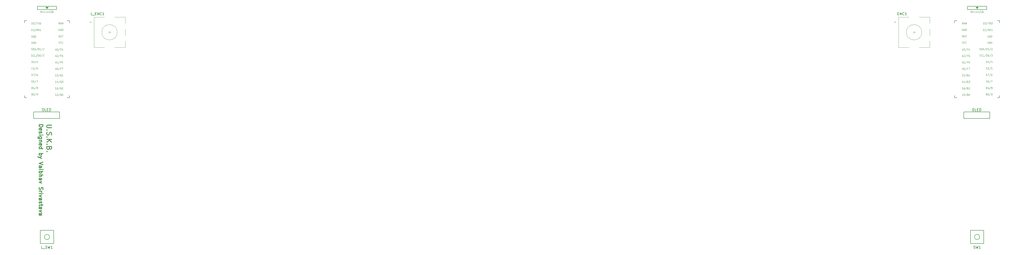
<source format=gbr>
%TF.GenerationSoftware,KiCad,Pcbnew,(5.1.9)-1*%
%TF.CreationDate,2021-03-12T14:35:54-08:00*%
%TF.ProjectId,USKB Final,55534b42-2046-4696-9e61-6c2e6b696361,rev?*%
%TF.SameCoordinates,Original*%
%TF.FileFunction,Legend,Top*%
%TF.FilePolarity,Positive*%
%FSLAX46Y46*%
G04 Gerber Fmt 4.6, Leading zero omitted, Abs format (unit mm)*
G04 Created by KiCad (PCBNEW (5.1.9)-1) date 2021-03-12 14:35:54*
%MOMM*%
%LPD*%
G01*
G04 APERTURE LIST*
%ADD10C,0.300000*%
%ADD11C,0.150000*%
%ADD12C,0.120000*%
%ADD13C,0.125000*%
G04 APERTURE END LIST*
D10*
X29618214Y-70521285D02*
X28076071Y-70521285D01*
X27894642Y-70612000D01*
X27803928Y-70702714D01*
X27713214Y-70884142D01*
X27713214Y-71247000D01*
X27803928Y-71428428D01*
X27894642Y-71519142D01*
X28076071Y-71609857D01*
X29618214Y-71609857D01*
X27894642Y-72517000D02*
X27803928Y-72607714D01*
X27713214Y-72517000D01*
X27803928Y-72426285D01*
X27894642Y-72517000D01*
X27713214Y-72517000D01*
X27803928Y-73333428D02*
X27713214Y-73605571D01*
X27713214Y-74059142D01*
X27803928Y-74240571D01*
X27894642Y-74331285D01*
X28076071Y-74422000D01*
X28257500Y-74422000D01*
X28438928Y-74331285D01*
X28529642Y-74240571D01*
X28620357Y-74059142D01*
X28711071Y-73696285D01*
X28801785Y-73514857D01*
X28892500Y-73424142D01*
X29073928Y-73333428D01*
X29255357Y-73333428D01*
X29436785Y-73424142D01*
X29527500Y-73514857D01*
X29618214Y-73696285D01*
X29618214Y-74149857D01*
X29527500Y-74422000D01*
X27894642Y-75238428D02*
X27803928Y-75329142D01*
X27713214Y-75238428D01*
X27803928Y-75147714D01*
X27894642Y-75238428D01*
X27713214Y-75238428D01*
X27713214Y-76145571D02*
X29618214Y-76145571D01*
X27713214Y-77234142D02*
X28801785Y-76417714D01*
X29618214Y-77234142D02*
X28529642Y-76145571D01*
X27894642Y-78050571D02*
X27803928Y-78141285D01*
X27713214Y-78050571D01*
X27803928Y-77959857D01*
X27894642Y-78050571D01*
X27713214Y-78050571D01*
X28711071Y-79592714D02*
X28620357Y-79864857D01*
X28529642Y-79955571D01*
X28348214Y-80046285D01*
X28076071Y-80046285D01*
X27894642Y-79955571D01*
X27803928Y-79864857D01*
X27713214Y-79683428D01*
X27713214Y-78957714D01*
X29618214Y-78957714D01*
X29618214Y-79592714D01*
X29527500Y-79774142D01*
X29436785Y-79864857D01*
X29255357Y-79955571D01*
X29073928Y-79955571D01*
X28892500Y-79864857D01*
X28801785Y-79774142D01*
X28711071Y-79592714D01*
X28711071Y-78957714D01*
X27894642Y-80862714D02*
X27803928Y-80953428D01*
X27713214Y-80862714D01*
X27803928Y-80772000D01*
X27894642Y-80862714D01*
X27713214Y-80862714D01*
X24721428Y-70427678D02*
X26221428Y-70427678D01*
X26221428Y-70784821D01*
X26150000Y-70999107D01*
X26007142Y-71141964D01*
X25864285Y-71213392D01*
X25578571Y-71284821D01*
X25364285Y-71284821D01*
X25078571Y-71213392D01*
X24935714Y-71141964D01*
X24792857Y-70999107D01*
X24721428Y-70784821D01*
X24721428Y-70427678D01*
X24792857Y-72499107D02*
X24721428Y-72356250D01*
X24721428Y-72070535D01*
X24792857Y-71927678D01*
X24935714Y-71856250D01*
X25507142Y-71856250D01*
X25650000Y-71927678D01*
X25721428Y-72070535D01*
X25721428Y-72356250D01*
X25650000Y-72499107D01*
X25507142Y-72570535D01*
X25364285Y-72570535D01*
X25221428Y-71856250D01*
X24792857Y-73141964D02*
X24721428Y-73284821D01*
X24721428Y-73570535D01*
X24792857Y-73713392D01*
X24935714Y-73784821D01*
X25007142Y-73784821D01*
X25150000Y-73713392D01*
X25221428Y-73570535D01*
X25221428Y-73356250D01*
X25292857Y-73213392D01*
X25435714Y-73141964D01*
X25507142Y-73141964D01*
X25650000Y-73213392D01*
X25721428Y-73356250D01*
X25721428Y-73570535D01*
X25650000Y-73713392D01*
X24721428Y-74427678D02*
X25721428Y-74427678D01*
X26221428Y-74427678D02*
X26150000Y-74356250D01*
X26078571Y-74427678D01*
X26150000Y-74499107D01*
X26221428Y-74427678D01*
X26078571Y-74427678D01*
X25721428Y-75784821D02*
X24507142Y-75784821D01*
X24364285Y-75713392D01*
X24292857Y-75641964D01*
X24221428Y-75499107D01*
X24221428Y-75284821D01*
X24292857Y-75141964D01*
X24792857Y-75784821D02*
X24721428Y-75641964D01*
X24721428Y-75356250D01*
X24792857Y-75213392D01*
X24864285Y-75141964D01*
X25007142Y-75070535D01*
X25435714Y-75070535D01*
X25578571Y-75141964D01*
X25650000Y-75213392D01*
X25721428Y-75356250D01*
X25721428Y-75641964D01*
X25650000Y-75784821D01*
X25721428Y-76499107D02*
X24721428Y-76499107D01*
X25578571Y-76499107D02*
X25650000Y-76570535D01*
X25721428Y-76713392D01*
X25721428Y-76927678D01*
X25650000Y-77070535D01*
X25507142Y-77141964D01*
X24721428Y-77141964D01*
X24792857Y-78427678D02*
X24721428Y-78284821D01*
X24721428Y-77999107D01*
X24792857Y-77856250D01*
X24935714Y-77784821D01*
X25507142Y-77784821D01*
X25650000Y-77856250D01*
X25721428Y-77999107D01*
X25721428Y-78284821D01*
X25650000Y-78427678D01*
X25507142Y-78499107D01*
X25364285Y-78499107D01*
X25221428Y-77784821D01*
X24721428Y-79784821D02*
X26221428Y-79784821D01*
X24792857Y-79784821D02*
X24721428Y-79641964D01*
X24721428Y-79356250D01*
X24792857Y-79213392D01*
X24864285Y-79141964D01*
X25007142Y-79070535D01*
X25435714Y-79070535D01*
X25578571Y-79141964D01*
X25650000Y-79213392D01*
X25721428Y-79356250D01*
X25721428Y-79641964D01*
X25650000Y-79784821D01*
X24721428Y-81641964D02*
X26221428Y-81641964D01*
X25650000Y-81641964D02*
X25721428Y-81784821D01*
X25721428Y-82070535D01*
X25650000Y-82213392D01*
X25578571Y-82284821D01*
X25435714Y-82356250D01*
X25007142Y-82356250D01*
X24864285Y-82284821D01*
X24792857Y-82213392D01*
X24721428Y-82070535D01*
X24721428Y-81784821D01*
X24792857Y-81641964D01*
X25721428Y-82856250D02*
X24721428Y-83213392D01*
X25721428Y-83570535D02*
X24721428Y-83213392D01*
X24364285Y-83070535D01*
X24292857Y-82999107D01*
X24221428Y-82856250D01*
X26221428Y-85070535D02*
X24721428Y-85570535D01*
X26221428Y-86070535D01*
X24721428Y-87213392D02*
X25507142Y-87213392D01*
X25650000Y-87141964D01*
X25721428Y-86999107D01*
X25721428Y-86713392D01*
X25650000Y-86570535D01*
X24792857Y-87213392D02*
X24721428Y-87070535D01*
X24721428Y-86713392D01*
X24792857Y-86570535D01*
X24935714Y-86499107D01*
X25078571Y-86499107D01*
X25221428Y-86570535D01*
X25292857Y-86713392D01*
X25292857Y-87070535D01*
X25364285Y-87213392D01*
X24721428Y-87927678D02*
X25721428Y-87927678D01*
X26221428Y-87927678D02*
X26150000Y-87856249D01*
X26078571Y-87927678D01*
X26150000Y-87999107D01*
X26221428Y-87927678D01*
X26078571Y-87927678D01*
X24721428Y-88641964D02*
X26221428Y-88641964D01*
X25650000Y-88641964D02*
X25721428Y-88784821D01*
X25721428Y-89070535D01*
X25650000Y-89213392D01*
X25578571Y-89284821D01*
X25435714Y-89356249D01*
X25007142Y-89356249D01*
X24864285Y-89284821D01*
X24792857Y-89213392D01*
X24721428Y-89070535D01*
X24721428Y-88784821D01*
X24792857Y-88641964D01*
X24721428Y-89999107D02*
X26221428Y-89999107D01*
X24721428Y-90641964D02*
X25507142Y-90641964D01*
X25650000Y-90570535D01*
X25721428Y-90427678D01*
X25721428Y-90213392D01*
X25650000Y-90070535D01*
X25578571Y-89999107D01*
X24721428Y-91999107D02*
X25507142Y-91999107D01*
X25650000Y-91927678D01*
X25721428Y-91784821D01*
X25721428Y-91499107D01*
X25650000Y-91356250D01*
X24792857Y-91999107D02*
X24721428Y-91856250D01*
X24721428Y-91499107D01*
X24792857Y-91356250D01*
X24935714Y-91284821D01*
X25078571Y-91284821D01*
X25221428Y-91356250D01*
X25292857Y-91499107D01*
X25292857Y-91856250D01*
X25364285Y-91999107D01*
X25721428Y-92570535D02*
X24721428Y-92927678D01*
X25721428Y-93284821D01*
X24792857Y-94927678D02*
X24721428Y-95141964D01*
X24721428Y-95499107D01*
X24792857Y-95641964D01*
X24864285Y-95713392D01*
X25007142Y-95784821D01*
X25150000Y-95784821D01*
X25292857Y-95713392D01*
X25364285Y-95641964D01*
X25435714Y-95499107D01*
X25507142Y-95213392D01*
X25578571Y-95070535D01*
X25650000Y-94999107D01*
X25792857Y-94927678D01*
X25935714Y-94927678D01*
X26078571Y-94999107D01*
X26150000Y-95070535D01*
X26221428Y-95213392D01*
X26221428Y-95570535D01*
X26150000Y-95784821D01*
X24721428Y-96427678D02*
X25721428Y-96427678D01*
X25435714Y-96427678D02*
X25578571Y-96499107D01*
X25650000Y-96570535D01*
X25721428Y-96713392D01*
X25721428Y-96856250D01*
X24721428Y-97356250D02*
X25721428Y-97356250D01*
X26221428Y-97356250D02*
X26150000Y-97284821D01*
X26078571Y-97356250D01*
X26150000Y-97427678D01*
X26221428Y-97356250D01*
X26078571Y-97356250D01*
X25721428Y-97927678D02*
X24721428Y-98284821D01*
X25721428Y-98641964D01*
X24721428Y-99856249D02*
X25507142Y-99856249D01*
X25650000Y-99784821D01*
X25721428Y-99641964D01*
X25721428Y-99356249D01*
X25650000Y-99213392D01*
X24792857Y-99856249D02*
X24721428Y-99713392D01*
X24721428Y-99356249D01*
X24792857Y-99213392D01*
X24935714Y-99141964D01*
X25078571Y-99141964D01*
X25221428Y-99213392D01*
X25292857Y-99356249D01*
X25292857Y-99713392D01*
X25364285Y-99856249D01*
X24792857Y-100499107D02*
X24721428Y-100641964D01*
X24721428Y-100927678D01*
X24792857Y-101070535D01*
X24935714Y-101141964D01*
X25007142Y-101141964D01*
X25150000Y-101070535D01*
X25221428Y-100927678D01*
X25221428Y-100713392D01*
X25292857Y-100570535D01*
X25435714Y-100499107D01*
X25507142Y-100499107D01*
X25650000Y-100570535D01*
X25721428Y-100713392D01*
X25721428Y-100927678D01*
X25650000Y-101070535D01*
X25721428Y-101570535D02*
X25721428Y-102141964D01*
X26221428Y-101784821D02*
X24935714Y-101784821D01*
X24792857Y-101856249D01*
X24721428Y-101999107D01*
X24721428Y-102141964D01*
X24721428Y-103284821D02*
X25507142Y-103284821D01*
X25650000Y-103213392D01*
X25721428Y-103070535D01*
X25721428Y-102784821D01*
X25650000Y-102641964D01*
X24792857Y-103284821D02*
X24721428Y-103141964D01*
X24721428Y-102784821D01*
X24792857Y-102641964D01*
X24935714Y-102570535D01*
X25078571Y-102570535D01*
X25221428Y-102641964D01*
X25292857Y-102784821D01*
X25292857Y-103141964D01*
X25364285Y-103284821D01*
X25721428Y-103856250D02*
X24721428Y-104213392D01*
X25721428Y-104570535D01*
X24721428Y-105784821D02*
X25507142Y-105784821D01*
X25650000Y-105713392D01*
X25721428Y-105570535D01*
X25721428Y-105284821D01*
X25650000Y-105141964D01*
X24792857Y-105784821D02*
X24721428Y-105641964D01*
X24721428Y-105284821D01*
X24792857Y-105141964D01*
X24935714Y-105070535D01*
X25078571Y-105070535D01*
X25221428Y-105141964D01*
X25292857Y-105284821D01*
X25292857Y-105641964D01*
X25364285Y-105784821D01*
D11*
%TO.C,U1*%
X400068750Y-59843750D02*
X399208750Y-59843750D01*
X382568750Y-59843750D02*
X383418750Y-59843750D01*
X400068750Y-58993750D02*
X400068750Y-59843750D01*
X382568750Y-58943750D02*
X382568750Y-59843750D01*
X400068750Y-29643750D02*
X399268750Y-29643750D01*
X382568750Y-29643750D02*
X383418750Y-29643750D01*
X400068750Y-29643750D02*
X400068750Y-30493750D01*
X382568750Y-29643750D02*
X382568750Y-30493750D01*
X387568750Y-24043750D02*
X387568750Y-25343750D01*
X387568750Y-25343750D02*
X395068750Y-25343750D01*
X395068750Y-25343750D02*
X395068750Y-24043750D01*
X395068750Y-24043750D02*
X387568750Y-24043750D01*
X390818750Y-24393750D02*
X391818750Y-24393750D01*
X391818750Y-24393750D02*
X391318750Y-25043750D01*
X391318750Y-25043750D02*
X390818750Y-24393750D01*
X390968750Y-24543750D02*
X391668750Y-24543750D01*
X391068750Y-24693750D02*
X391568750Y-24693750D01*
X391168750Y-24843750D02*
X391468750Y-24843750D01*
%TO.C,L_U1*%
X36531250Y-59843750D02*
X35671250Y-59843750D01*
X19031250Y-59843750D02*
X19881250Y-59843750D01*
X36531250Y-58993750D02*
X36531250Y-59843750D01*
X19031250Y-58943750D02*
X19031250Y-59843750D01*
X36531250Y-29643750D02*
X35731250Y-29643750D01*
X19031250Y-29643750D02*
X19881250Y-29643750D01*
X36531250Y-29643750D02*
X36531250Y-30493750D01*
X19031250Y-29643750D02*
X19031250Y-30493750D01*
X24031250Y-24043750D02*
X24031250Y-25343750D01*
X24031250Y-25343750D02*
X31531250Y-25343750D01*
X31531250Y-25343750D02*
X31531250Y-24043750D01*
X31531250Y-24043750D02*
X24031250Y-24043750D01*
X27281250Y-24393750D02*
X28281250Y-24393750D01*
X28281250Y-24393750D02*
X27781250Y-25043750D01*
X27781250Y-25043750D02*
X27281250Y-24393750D01*
X27431250Y-24543750D02*
X28131250Y-24543750D01*
X27531250Y-24693750D02*
X28031250Y-24693750D01*
X27631250Y-24843750D02*
X27931250Y-24843750D01*
%TO.C,L_SW1*%
X28781250Y-114300000D02*
G75*
G03*
X28781250Y-114300000I-1000000J0D01*
G01*
X25181250Y-116900000D02*
X25181250Y-111700000D01*
X30381250Y-116900000D02*
X25181250Y-116900000D01*
X30381250Y-111700000D02*
X30381250Y-116900000D01*
X25181250Y-111700000D02*
X30381250Y-111700000D01*
%TO.C,SW1*%
X392318750Y-114300000D02*
G75*
G03*
X392318750Y-114300000I-1000000J0D01*
G01*
X388718750Y-116900000D02*
X388718750Y-111700000D01*
X393918750Y-116900000D02*
X388718750Y-116900000D01*
X393918750Y-111700000D02*
X393918750Y-116900000D01*
X388718750Y-111700000D02*
X393918750Y-111700000D01*
%TO.C,OL1*%
X386080000Y-67945000D02*
X386080000Y-65405000D01*
X396240000Y-65405000D02*
X396240000Y-67945000D01*
X386080000Y-65405000D02*
X396240000Y-65405000D01*
X386080000Y-67945000D02*
X396240000Y-67945000D01*
%TO.C,L_OL1*%
X22542500Y-67945000D02*
X22542500Y-65405000D01*
X32702500Y-65405000D02*
X32702500Y-67945000D01*
X22542500Y-65405000D02*
X32702500Y-65405000D01*
X22542500Y-67945000D02*
X32702500Y-67945000D01*
D12*
%TO.C,L_ENC1*%
X55235750Y-34250000D02*
G75*
G03*
X55235750Y-34250000I-3000000J0D01*
G01*
X54235750Y-28350000D02*
X58335750Y-28350000D01*
X58335750Y-40150000D02*
X54235750Y-40150000D01*
X50235750Y-40150000D02*
X46135750Y-40150000D01*
X50235750Y-28350000D02*
X46135750Y-28350000D01*
X46135750Y-28350000D02*
X46135750Y-40150000D01*
X44735750Y-30450000D02*
X44435750Y-30150000D01*
X44435750Y-30150000D02*
X45035750Y-30150000D01*
X45035750Y-30150000D02*
X44735750Y-30450000D01*
X58335750Y-28350000D02*
X58335750Y-30750000D01*
X58335750Y-32950000D02*
X58335750Y-35550000D01*
X58335750Y-37750000D02*
X58335750Y-40150000D01*
X52235750Y-33750000D02*
X52235750Y-34750000D01*
X51735750Y-34250000D02*
X52735750Y-34250000D01*
%TO.C,ENC1*%
X369687750Y-34250000D02*
G75*
G03*
X369687750Y-34250000I-3000000J0D01*
G01*
X368687750Y-28350000D02*
X372787750Y-28350000D01*
X372787750Y-40150000D02*
X368687750Y-40150000D01*
X364687750Y-40150000D02*
X360587750Y-40150000D01*
X364687750Y-28350000D02*
X360587750Y-28350000D01*
X360587750Y-28350000D02*
X360587750Y-40150000D01*
X359187750Y-30450000D02*
X358887750Y-30150000D01*
X358887750Y-30150000D02*
X359487750Y-30150000D01*
X359487750Y-30150000D02*
X359187750Y-30450000D01*
X372787750Y-28350000D02*
X372787750Y-30750000D01*
X372787750Y-32950000D02*
X372787750Y-35550000D01*
X372787750Y-37750000D02*
X372787750Y-40150000D01*
X366687750Y-33750000D02*
X366687750Y-34750000D01*
X366187750Y-34250000D02*
X367187750Y-34250000D01*
%TO.C,U1*%
D13*
X385861130Y-31083035D02*
X385637797Y-30725892D01*
X385478273Y-31083035D02*
X385478273Y-30333035D01*
X385733511Y-30333035D01*
X385797321Y-30368750D01*
X385829226Y-30404464D01*
X385861130Y-30475892D01*
X385861130Y-30583035D01*
X385829226Y-30654464D01*
X385797321Y-30690178D01*
X385733511Y-30725892D01*
X385478273Y-30725892D01*
X386116369Y-30868750D02*
X386435416Y-30868750D01*
X386052559Y-31083035D02*
X386275892Y-30333035D01*
X386499226Y-31083035D01*
X386658750Y-30333035D02*
X386818273Y-31083035D01*
X386945892Y-30547321D01*
X387073511Y-31083035D01*
X387233035Y-30333035D01*
X385813273Y-32918750D02*
X385749464Y-32883035D01*
X385653750Y-32883035D01*
X385558035Y-32918750D01*
X385494226Y-32990178D01*
X385462321Y-33061607D01*
X385430416Y-33204464D01*
X385430416Y-33311607D01*
X385462321Y-33454464D01*
X385494226Y-33525892D01*
X385558035Y-33597321D01*
X385653750Y-33633035D01*
X385717559Y-33633035D01*
X385813273Y-33597321D01*
X385845178Y-33561607D01*
X385845178Y-33311607D01*
X385717559Y-33311607D01*
X386132321Y-33633035D02*
X386132321Y-32883035D01*
X386515178Y-33633035D01*
X386515178Y-32883035D01*
X386834226Y-33633035D02*
X386834226Y-32883035D01*
X386993750Y-32883035D01*
X387089464Y-32918750D01*
X387153273Y-32990178D01*
X387185178Y-33061607D01*
X387217083Y-33204464D01*
X387217083Y-33311607D01*
X387185178Y-33454464D01*
X387153273Y-33525892D01*
X387089464Y-33597321D01*
X386993750Y-33633035D01*
X386834226Y-33633035D01*
X385956845Y-36183035D02*
X385733511Y-35825892D01*
X385573988Y-36183035D02*
X385573988Y-35433035D01*
X385829226Y-35433035D01*
X385893035Y-35468750D01*
X385924940Y-35504464D01*
X385956845Y-35575892D01*
X385956845Y-35683035D01*
X385924940Y-35754464D01*
X385893035Y-35790178D01*
X385829226Y-35825892D01*
X385573988Y-35825892D01*
X386212083Y-36147321D02*
X386307797Y-36183035D01*
X386467321Y-36183035D01*
X386531130Y-36147321D01*
X386563035Y-36111607D01*
X386594940Y-36040178D01*
X386594940Y-35968750D01*
X386563035Y-35897321D01*
X386531130Y-35861607D01*
X386467321Y-35825892D01*
X386339702Y-35790178D01*
X386275892Y-35754464D01*
X386243988Y-35718750D01*
X386212083Y-35647321D01*
X386212083Y-35575892D01*
X386243988Y-35504464D01*
X386275892Y-35468750D01*
X386339702Y-35433035D01*
X386499226Y-35433035D01*
X386594940Y-35468750D01*
X386786369Y-35433035D02*
X387169226Y-35433035D01*
X386977797Y-36183035D02*
X386977797Y-35433035D01*
X385430416Y-37883035D02*
X385653750Y-38633035D01*
X385877083Y-37883035D01*
X386483273Y-38561607D02*
X386451369Y-38597321D01*
X386355654Y-38633035D01*
X386291845Y-38633035D01*
X386196130Y-38597321D01*
X386132321Y-38525892D01*
X386100416Y-38454464D01*
X386068511Y-38311607D01*
X386068511Y-38204464D01*
X386100416Y-38061607D01*
X386132321Y-37990178D01*
X386196130Y-37918750D01*
X386291845Y-37883035D01*
X386355654Y-37883035D01*
X386451369Y-37918750D01*
X386483273Y-37954464D01*
X387153273Y-38561607D02*
X387121369Y-38597321D01*
X387025654Y-38633035D01*
X386961845Y-38633035D01*
X386866130Y-38597321D01*
X386802321Y-38525892D01*
X386770416Y-38454464D01*
X386738511Y-38311607D01*
X386738511Y-38204464D01*
X386770416Y-38061607D01*
X386802321Y-37990178D01*
X386866130Y-37918750D01*
X386961845Y-37883035D01*
X387025654Y-37883035D01*
X387121369Y-37918750D01*
X387153273Y-37954464D01*
X385488035Y-41118750D02*
X385807083Y-41118750D01*
X385424226Y-41333035D02*
X385647559Y-40583035D01*
X385870892Y-41333035D01*
X386030416Y-40583035D02*
X386445178Y-40583035D01*
X386221845Y-40868750D01*
X386317559Y-40868750D01*
X386381369Y-40904464D01*
X386413273Y-40940178D01*
X386445178Y-41011607D01*
X386445178Y-41190178D01*
X386413273Y-41261607D01*
X386381369Y-41297321D01*
X386317559Y-41333035D01*
X386126130Y-41333035D01*
X386062321Y-41297321D01*
X386030416Y-41261607D01*
X387210892Y-40547321D02*
X386636607Y-41511607D01*
X387657559Y-40940178D02*
X387434226Y-40940178D01*
X387434226Y-41333035D02*
X387434226Y-40583035D01*
X387753273Y-40583035D01*
X388295654Y-40833035D02*
X388295654Y-41333035D01*
X388136130Y-40547321D02*
X387976607Y-41083035D01*
X388391369Y-41083035D01*
X385488035Y-43618750D02*
X385807083Y-43618750D01*
X385424226Y-43833035D02*
X385647559Y-43083035D01*
X385870892Y-43833035D01*
X386062321Y-43154464D02*
X386094226Y-43118750D01*
X386158035Y-43083035D01*
X386317559Y-43083035D01*
X386381369Y-43118750D01*
X386413273Y-43154464D01*
X386445178Y-43225892D01*
X386445178Y-43297321D01*
X386413273Y-43404464D01*
X386030416Y-43833035D01*
X386445178Y-43833035D01*
X387210892Y-43047321D02*
X386636607Y-44011607D01*
X387657559Y-43440178D02*
X387434226Y-43440178D01*
X387434226Y-43833035D02*
X387434226Y-43083035D01*
X387753273Y-43083035D01*
X388327559Y-43083035D02*
X388008511Y-43083035D01*
X387976607Y-43440178D01*
X388008511Y-43404464D01*
X388072321Y-43368750D01*
X388231845Y-43368750D01*
X388295654Y-43404464D01*
X388327559Y-43440178D01*
X388359464Y-43511607D01*
X388359464Y-43690178D01*
X388327559Y-43761607D01*
X388295654Y-43797321D01*
X388231845Y-43833035D01*
X388072321Y-43833035D01*
X388008511Y-43797321D01*
X387976607Y-43761607D01*
X385488035Y-46118750D02*
X385807083Y-46118750D01*
X385424226Y-46333035D02*
X385647559Y-45583035D01*
X385870892Y-46333035D01*
X386445178Y-46333035D02*
X386062321Y-46333035D01*
X386253750Y-46333035D02*
X386253750Y-45583035D01*
X386189940Y-45690178D01*
X386126130Y-45761607D01*
X386062321Y-45797321D01*
X387210892Y-45547321D02*
X386636607Y-46511607D01*
X387657559Y-45940178D02*
X387434226Y-45940178D01*
X387434226Y-46333035D02*
X387434226Y-45583035D01*
X387753273Y-45583035D01*
X388295654Y-45583035D02*
X388168035Y-45583035D01*
X388104226Y-45618750D01*
X388072321Y-45654464D01*
X388008511Y-45761607D01*
X387976607Y-45904464D01*
X387976607Y-46190178D01*
X388008511Y-46261607D01*
X388040416Y-46297321D01*
X388104226Y-46333035D01*
X388231845Y-46333035D01*
X388295654Y-46297321D01*
X388327559Y-46261607D01*
X388359464Y-46190178D01*
X388359464Y-46011607D01*
X388327559Y-45940178D01*
X388295654Y-45904464D01*
X388231845Y-45868750D01*
X388104226Y-45868750D01*
X388040416Y-45904464D01*
X388008511Y-45940178D01*
X387976607Y-46011607D01*
X385488035Y-48668750D02*
X385807083Y-48668750D01*
X385424226Y-48883035D02*
X385647559Y-48133035D01*
X385870892Y-48883035D01*
X386221845Y-48133035D02*
X386285654Y-48133035D01*
X386349464Y-48168750D01*
X386381369Y-48204464D01*
X386413273Y-48275892D01*
X386445178Y-48418750D01*
X386445178Y-48597321D01*
X386413273Y-48740178D01*
X386381369Y-48811607D01*
X386349464Y-48847321D01*
X386285654Y-48883035D01*
X386221845Y-48883035D01*
X386158035Y-48847321D01*
X386126130Y-48811607D01*
X386094226Y-48740178D01*
X386062321Y-48597321D01*
X386062321Y-48418750D01*
X386094226Y-48275892D01*
X386126130Y-48204464D01*
X386158035Y-48168750D01*
X386221845Y-48133035D01*
X387210892Y-48097321D02*
X386636607Y-49061607D01*
X387657559Y-48490178D02*
X387434226Y-48490178D01*
X387434226Y-48883035D02*
X387434226Y-48133035D01*
X387753273Y-48133035D01*
X387944702Y-48133035D02*
X388391369Y-48133035D01*
X388104226Y-48883035D01*
X385791130Y-51433035D02*
X385408273Y-51433035D01*
X385599702Y-51433035D02*
X385599702Y-50683035D01*
X385535892Y-50790178D01*
X385472083Y-50861607D01*
X385408273Y-50897321D01*
X386397321Y-50683035D02*
X386078273Y-50683035D01*
X386046369Y-51040178D01*
X386078273Y-51004464D01*
X386142083Y-50968750D01*
X386301607Y-50968750D01*
X386365416Y-51004464D01*
X386397321Y-51040178D01*
X386429226Y-51111607D01*
X386429226Y-51290178D01*
X386397321Y-51361607D01*
X386365416Y-51397321D01*
X386301607Y-51433035D01*
X386142083Y-51433035D01*
X386078273Y-51397321D01*
X386046369Y-51361607D01*
X387194940Y-50647321D02*
X386620654Y-51611607D01*
X387641607Y-51040178D02*
X387737321Y-51075892D01*
X387769226Y-51111607D01*
X387801130Y-51183035D01*
X387801130Y-51290178D01*
X387769226Y-51361607D01*
X387737321Y-51397321D01*
X387673511Y-51433035D01*
X387418273Y-51433035D01*
X387418273Y-50683035D01*
X387641607Y-50683035D01*
X387705416Y-50718750D01*
X387737321Y-50754464D01*
X387769226Y-50825892D01*
X387769226Y-50897321D01*
X387737321Y-50968750D01*
X387705416Y-51004464D01*
X387641607Y-51040178D01*
X387418273Y-51040178D01*
X388439226Y-51433035D02*
X388056369Y-51433035D01*
X388247797Y-51433035D02*
X388247797Y-50683035D01*
X388183988Y-50790178D01*
X388120178Y-50861607D01*
X388056369Y-50897321D01*
X385791130Y-53983035D02*
X385408273Y-53983035D01*
X385599702Y-53983035D02*
X385599702Y-53233035D01*
X385535892Y-53340178D01*
X385472083Y-53411607D01*
X385408273Y-53447321D01*
X386365416Y-53483035D02*
X386365416Y-53983035D01*
X386205892Y-53197321D02*
X386046369Y-53733035D01*
X386461130Y-53733035D01*
X387194940Y-53197321D02*
X386620654Y-54161607D01*
X387641607Y-53590178D02*
X387737321Y-53625892D01*
X387769226Y-53661607D01*
X387801130Y-53733035D01*
X387801130Y-53840178D01*
X387769226Y-53911607D01*
X387737321Y-53947321D01*
X387673511Y-53983035D01*
X387418273Y-53983035D01*
X387418273Y-53233035D01*
X387641607Y-53233035D01*
X387705416Y-53268750D01*
X387737321Y-53304464D01*
X387769226Y-53375892D01*
X387769226Y-53447321D01*
X387737321Y-53518750D01*
X387705416Y-53554464D01*
X387641607Y-53590178D01*
X387418273Y-53590178D01*
X388024464Y-53233035D02*
X388439226Y-53233035D01*
X388215892Y-53518750D01*
X388311607Y-53518750D01*
X388375416Y-53554464D01*
X388407321Y-53590178D01*
X388439226Y-53661607D01*
X388439226Y-53840178D01*
X388407321Y-53911607D01*
X388375416Y-53947321D01*
X388311607Y-53983035D01*
X388120178Y-53983035D01*
X388056369Y-53947321D01*
X388024464Y-53911607D01*
X385791130Y-59033035D02*
X385408273Y-59033035D01*
X385599702Y-59033035D02*
X385599702Y-58283035D01*
X385535892Y-58390178D01*
X385472083Y-58461607D01*
X385408273Y-58497321D01*
X386205892Y-58283035D02*
X386269702Y-58283035D01*
X386333511Y-58318750D01*
X386365416Y-58354464D01*
X386397321Y-58425892D01*
X386429226Y-58568750D01*
X386429226Y-58747321D01*
X386397321Y-58890178D01*
X386365416Y-58961607D01*
X386333511Y-58997321D01*
X386269702Y-59033035D01*
X386205892Y-59033035D01*
X386142083Y-58997321D01*
X386110178Y-58961607D01*
X386078273Y-58890178D01*
X386046369Y-58747321D01*
X386046369Y-58568750D01*
X386078273Y-58425892D01*
X386110178Y-58354464D01*
X386142083Y-58318750D01*
X386205892Y-58283035D01*
X387194940Y-58247321D02*
X386620654Y-59211607D01*
X387641607Y-58640178D02*
X387737321Y-58675892D01*
X387769226Y-58711607D01*
X387801130Y-58783035D01*
X387801130Y-58890178D01*
X387769226Y-58961607D01*
X387737321Y-58997321D01*
X387673511Y-59033035D01*
X387418273Y-59033035D01*
X387418273Y-58283035D01*
X387641607Y-58283035D01*
X387705416Y-58318750D01*
X387737321Y-58354464D01*
X387769226Y-58425892D01*
X387769226Y-58497321D01*
X387737321Y-58568750D01*
X387705416Y-58604464D01*
X387641607Y-58640178D01*
X387418273Y-58640178D01*
X388375416Y-58283035D02*
X388247797Y-58283035D01*
X388183988Y-58318750D01*
X388152083Y-58354464D01*
X388088273Y-58461607D01*
X388056369Y-58604464D01*
X388056369Y-58890178D01*
X388088273Y-58961607D01*
X388120178Y-58997321D01*
X388183988Y-59033035D01*
X388311607Y-59033035D01*
X388375416Y-58997321D01*
X388407321Y-58961607D01*
X388439226Y-58890178D01*
X388439226Y-58711607D01*
X388407321Y-58640178D01*
X388375416Y-58604464D01*
X388311607Y-58568750D01*
X388183988Y-58568750D01*
X388120178Y-58604464D01*
X388088273Y-58640178D01*
X388056369Y-58711607D01*
X385791130Y-56533035D02*
X385408273Y-56533035D01*
X385599702Y-56533035D02*
X385599702Y-55783035D01*
X385535892Y-55890178D01*
X385472083Y-55961607D01*
X385408273Y-55997321D01*
X386365416Y-55783035D02*
X386237797Y-55783035D01*
X386173988Y-55818750D01*
X386142083Y-55854464D01*
X386078273Y-55961607D01*
X386046369Y-56104464D01*
X386046369Y-56390178D01*
X386078273Y-56461607D01*
X386110178Y-56497321D01*
X386173988Y-56533035D01*
X386301607Y-56533035D01*
X386365416Y-56497321D01*
X386397321Y-56461607D01*
X386429226Y-56390178D01*
X386429226Y-56211607D01*
X386397321Y-56140178D01*
X386365416Y-56104464D01*
X386301607Y-56068750D01*
X386173988Y-56068750D01*
X386110178Y-56104464D01*
X386078273Y-56140178D01*
X386046369Y-56211607D01*
X387194940Y-55747321D02*
X386620654Y-56711607D01*
X387641607Y-56140178D02*
X387737321Y-56175892D01*
X387769226Y-56211607D01*
X387801130Y-56283035D01*
X387801130Y-56390178D01*
X387769226Y-56461607D01*
X387737321Y-56497321D01*
X387673511Y-56533035D01*
X387418273Y-56533035D01*
X387418273Y-55783035D01*
X387641607Y-55783035D01*
X387705416Y-55818750D01*
X387737321Y-55854464D01*
X387769226Y-55925892D01*
X387769226Y-55997321D01*
X387737321Y-56068750D01*
X387705416Y-56104464D01*
X387641607Y-56140178D01*
X387418273Y-56140178D01*
X388056369Y-55854464D02*
X388088273Y-55818750D01*
X388152083Y-55783035D01*
X388311607Y-55783035D01*
X388375416Y-55818750D01*
X388407321Y-55854464D01*
X388439226Y-55925892D01*
X388439226Y-55997321D01*
X388407321Y-56104464D01*
X388024464Y-56533035D01*
X388439226Y-56533035D01*
X394891130Y-53440178D02*
X395114464Y-53440178D01*
X395210178Y-53833035D02*
X394891130Y-53833035D01*
X394891130Y-53083035D01*
X395210178Y-53083035D01*
X395784464Y-53083035D02*
X395656845Y-53083035D01*
X395593035Y-53118750D01*
X395561130Y-53154464D01*
X395497321Y-53261607D01*
X395465416Y-53404464D01*
X395465416Y-53690178D01*
X395497321Y-53761607D01*
X395529226Y-53797321D01*
X395593035Y-53833035D01*
X395720654Y-53833035D01*
X395784464Y-53797321D01*
X395816369Y-53761607D01*
X395848273Y-53690178D01*
X395848273Y-53511607D01*
X395816369Y-53440178D01*
X395784464Y-53404464D01*
X395720654Y-53368750D01*
X395593035Y-53368750D01*
X395529226Y-53404464D01*
X395497321Y-53440178D01*
X395465416Y-53511607D01*
X396613988Y-53047321D02*
X396039702Y-54011607D01*
X396773511Y-53083035D02*
X397220178Y-53083035D01*
X396933035Y-53833035D01*
X394859226Y-51283035D02*
X394859226Y-50533035D01*
X395018750Y-50533035D01*
X395114464Y-50568750D01*
X395178273Y-50640178D01*
X395210178Y-50711607D01*
X395242083Y-50854464D01*
X395242083Y-50961607D01*
X395210178Y-51104464D01*
X395178273Y-51175892D01*
X395114464Y-51247321D01*
X395018750Y-51283035D01*
X394859226Y-51283035D01*
X395465416Y-50533035D02*
X395912083Y-50533035D01*
X395624940Y-51283035D01*
X396645892Y-50497321D02*
X396071607Y-51461607D01*
X397156369Y-50533035D02*
X397028750Y-50533035D01*
X396964940Y-50568750D01*
X396933035Y-50604464D01*
X396869226Y-50711607D01*
X396837321Y-50854464D01*
X396837321Y-51140178D01*
X396869226Y-51211607D01*
X396901130Y-51247321D01*
X396964940Y-51283035D01*
X397092559Y-51283035D01*
X397156369Y-51247321D01*
X397188273Y-51211607D01*
X397220178Y-51140178D01*
X397220178Y-50961607D01*
X397188273Y-50890178D01*
X397156369Y-50854464D01*
X397092559Y-50818750D01*
X396964940Y-50818750D01*
X396901130Y-50854464D01*
X396869226Y-50890178D01*
X396837321Y-50961607D01*
X395763273Y-35518750D02*
X395699464Y-35483035D01*
X395603750Y-35483035D01*
X395508035Y-35518750D01*
X395444226Y-35590178D01*
X395412321Y-35661607D01*
X395380416Y-35804464D01*
X395380416Y-35911607D01*
X395412321Y-36054464D01*
X395444226Y-36125892D01*
X395508035Y-36197321D01*
X395603750Y-36233035D01*
X395667559Y-36233035D01*
X395763273Y-36197321D01*
X395795178Y-36161607D01*
X395795178Y-35911607D01*
X395667559Y-35911607D01*
X396082321Y-36233035D02*
X396082321Y-35483035D01*
X396465178Y-36233035D01*
X396465178Y-35483035D01*
X396784226Y-36233035D02*
X396784226Y-35483035D01*
X396943750Y-35483035D01*
X397039464Y-35518750D01*
X397103273Y-35590178D01*
X397135178Y-35661607D01*
X397167083Y-35804464D01*
X397167083Y-35911607D01*
X397135178Y-36054464D01*
X397103273Y-36125892D01*
X397039464Y-36197321D01*
X396943750Y-36233035D01*
X396784226Y-36233035D01*
X395763273Y-37968750D02*
X395699464Y-37933035D01*
X395603750Y-37933035D01*
X395508035Y-37968750D01*
X395444226Y-38040178D01*
X395412321Y-38111607D01*
X395380416Y-38254464D01*
X395380416Y-38361607D01*
X395412321Y-38504464D01*
X395444226Y-38575892D01*
X395508035Y-38647321D01*
X395603750Y-38683035D01*
X395667559Y-38683035D01*
X395763273Y-38647321D01*
X395795178Y-38611607D01*
X395795178Y-38361607D01*
X395667559Y-38361607D01*
X396082321Y-38683035D02*
X396082321Y-37933035D01*
X396465178Y-38683035D01*
X396465178Y-37933035D01*
X396784226Y-38683035D02*
X396784226Y-37933035D01*
X396943750Y-37933035D01*
X397039464Y-37968750D01*
X397103273Y-38040178D01*
X397135178Y-38111607D01*
X397167083Y-38254464D01*
X397167083Y-38361607D01*
X397135178Y-38504464D01*
X397103273Y-38575892D01*
X397039464Y-38647321D01*
X396943750Y-38683035D01*
X396784226Y-38683035D01*
X393734940Y-31133035D02*
X393734940Y-30383035D01*
X393894464Y-30383035D01*
X393990178Y-30418750D01*
X394053988Y-30490178D01*
X394085892Y-30561607D01*
X394117797Y-30704464D01*
X394117797Y-30811607D01*
X394085892Y-30954464D01*
X394053988Y-31025892D01*
X393990178Y-31097321D01*
X393894464Y-31133035D01*
X393734940Y-31133035D01*
X394341130Y-30383035D02*
X394755892Y-30383035D01*
X394532559Y-30668750D01*
X394628273Y-30668750D01*
X394692083Y-30704464D01*
X394723988Y-30740178D01*
X394755892Y-30811607D01*
X394755892Y-30990178D01*
X394723988Y-31061607D01*
X394692083Y-31097321D01*
X394628273Y-31133035D01*
X394436845Y-31133035D01*
X394373035Y-31097321D01*
X394341130Y-31061607D01*
X395521607Y-30347321D02*
X394947321Y-31311607D01*
X395649226Y-30383035D02*
X396032083Y-30383035D01*
X395840654Y-31133035D02*
X395840654Y-30383035D01*
X396191607Y-30383035D02*
X396638273Y-31133035D01*
X396638273Y-30383035D02*
X396191607Y-31133035D01*
X397021130Y-30383035D02*
X397084940Y-30383035D01*
X397148750Y-30418750D01*
X397180654Y-30454464D01*
X397212559Y-30525892D01*
X397244464Y-30668750D01*
X397244464Y-30847321D01*
X397212559Y-30990178D01*
X397180654Y-31061607D01*
X397148750Y-31097321D01*
X397084940Y-31133035D01*
X397021130Y-31133035D01*
X396957321Y-31097321D01*
X396925416Y-31061607D01*
X396893511Y-30990178D01*
X396861607Y-30847321D01*
X396861607Y-30668750D01*
X396893511Y-30525892D01*
X396925416Y-30454464D01*
X396957321Y-30418750D01*
X397021130Y-30383035D01*
X394859226Y-46183035D02*
X394859226Y-45433035D01*
X395018750Y-45433035D01*
X395114464Y-45468750D01*
X395178273Y-45540178D01*
X395210178Y-45611607D01*
X395242083Y-45754464D01*
X395242083Y-45861607D01*
X395210178Y-46004464D01*
X395178273Y-46075892D01*
X395114464Y-46147321D01*
X395018750Y-46183035D01*
X394859226Y-46183035D01*
X395816369Y-45683035D02*
X395816369Y-46183035D01*
X395656845Y-45397321D02*
X395497321Y-45933035D01*
X395912083Y-45933035D01*
X396645892Y-45397321D02*
X396071607Y-46361607D01*
X397156369Y-45683035D02*
X397156369Y-46183035D01*
X396996845Y-45397321D02*
X396837321Y-45933035D01*
X397252083Y-45933035D01*
X392285178Y-41147321D02*
X392380892Y-41183035D01*
X392540416Y-41183035D01*
X392604226Y-41147321D01*
X392636130Y-41111607D01*
X392668035Y-41040178D01*
X392668035Y-40968750D01*
X392636130Y-40897321D01*
X392604226Y-40861607D01*
X392540416Y-40825892D01*
X392412797Y-40790178D01*
X392348988Y-40754464D01*
X392317083Y-40718750D01*
X392285178Y-40647321D01*
X392285178Y-40575892D01*
X392317083Y-40504464D01*
X392348988Y-40468750D01*
X392412797Y-40433035D01*
X392572321Y-40433035D01*
X392668035Y-40468750D01*
X392955178Y-41183035D02*
X392955178Y-40433035D01*
X393114702Y-40433035D01*
X393210416Y-40468750D01*
X393274226Y-40540178D01*
X393306130Y-40611607D01*
X393338035Y-40754464D01*
X393338035Y-40861607D01*
X393306130Y-41004464D01*
X393274226Y-41075892D01*
X393210416Y-41147321D01*
X393114702Y-41183035D01*
X392955178Y-41183035D01*
X393593273Y-40968750D02*
X393912321Y-40968750D01*
X393529464Y-41183035D02*
X393752797Y-40433035D01*
X393976130Y-41183035D01*
X394678035Y-40397321D02*
X394103750Y-41361607D01*
X394901369Y-41183035D02*
X394901369Y-40433035D01*
X395060892Y-40433035D01*
X395156607Y-40468750D01*
X395220416Y-40540178D01*
X395252321Y-40611607D01*
X395284226Y-40754464D01*
X395284226Y-40861607D01*
X395252321Y-41004464D01*
X395220416Y-41075892D01*
X395156607Y-41147321D01*
X395060892Y-41183035D01*
X394901369Y-41183035D01*
X395922321Y-41183035D02*
X395539464Y-41183035D01*
X395730892Y-41183035D02*
X395730892Y-40433035D01*
X395667083Y-40540178D01*
X395603273Y-40611607D01*
X395539464Y-40647321D01*
X396688035Y-40397321D02*
X396113750Y-41361607D01*
X396879464Y-40504464D02*
X396911369Y-40468750D01*
X396975178Y-40433035D01*
X397134702Y-40433035D01*
X397198511Y-40468750D01*
X397230416Y-40504464D01*
X397262321Y-40575892D01*
X397262321Y-40647321D01*
X397230416Y-40754464D01*
X396847559Y-41183035D01*
X397262321Y-41183035D01*
X392301130Y-43647321D02*
X392396845Y-43683035D01*
X392556369Y-43683035D01*
X392620178Y-43647321D01*
X392652083Y-43611607D01*
X392683988Y-43540178D01*
X392683988Y-43468750D01*
X392652083Y-43397321D01*
X392620178Y-43361607D01*
X392556369Y-43325892D01*
X392428750Y-43290178D01*
X392364940Y-43254464D01*
X392333035Y-43218750D01*
X392301130Y-43147321D01*
X392301130Y-43075892D01*
X392333035Y-43004464D01*
X392364940Y-42968750D01*
X392428750Y-42933035D01*
X392588273Y-42933035D01*
X392683988Y-42968750D01*
X393353988Y-43611607D02*
X393322083Y-43647321D01*
X393226369Y-43683035D01*
X393162559Y-43683035D01*
X393066845Y-43647321D01*
X393003035Y-43575892D01*
X392971130Y-43504464D01*
X392939226Y-43361607D01*
X392939226Y-43254464D01*
X392971130Y-43111607D01*
X393003035Y-43040178D01*
X393066845Y-42968750D01*
X393162559Y-42933035D01*
X393226369Y-42933035D01*
X393322083Y-42968750D01*
X393353988Y-43004464D01*
X393960178Y-43683035D02*
X393641130Y-43683035D01*
X393641130Y-42933035D01*
X394662083Y-42897321D02*
X394087797Y-43861607D01*
X394885416Y-43683035D02*
X394885416Y-42933035D01*
X395044940Y-42933035D01*
X395140654Y-42968750D01*
X395204464Y-43040178D01*
X395236369Y-43111607D01*
X395268273Y-43254464D01*
X395268273Y-43361607D01*
X395236369Y-43504464D01*
X395204464Y-43575892D01*
X395140654Y-43647321D01*
X395044940Y-43683035D01*
X394885416Y-43683035D01*
X395683035Y-42933035D02*
X395746845Y-42933035D01*
X395810654Y-42968750D01*
X395842559Y-43004464D01*
X395874464Y-43075892D01*
X395906369Y-43218750D01*
X395906369Y-43397321D01*
X395874464Y-43540178D01*
X395842559Y-43611607D01*
X395810654Y-43647321D01*
X395746845Y-43683035D01*
X395683035Y-43683035D01*
X395619226Y-43647321D01*
X395587321Y-43611607D01*
X395555416Y-43540178D01*
X395523511Y-43397321D01*
X395523511Y-43218750D01*
X395555416Y-43075892D01*
X395587321Y-43004464D01*
X395619226Y-42968750D01*
X395683035Y-42933035D01*
X396672083Y-42897321D02*
X396097797Y-43861607D01*
X396831607Y-42933035D02*
X397246369Y-42933035D01*
X397023035Y-43218750D01*
X397118750Y-43218750D01*
X397182559Y-43254464D01*
X397214464Y-43290178D01*
X397246369Y-43361607D01*
X397246369Y-43540178D01*
X397214464Y-43611607D01*
X397182559Y-43647321D01*
X397118750Y-43683035D01*
X396927321Y-43683035D01*
X396863511Y-43647321D01*
X396831607Y-43611607D01*
X395242083Y-48661607D02*
X395210178Y-48697321D01*
X395114464Y-48733035D01*
X395050654Y-48733035D01*
X394954940Y-48697321D01*
X394891130Y-48625892D01*
X394859226Y-48554464D01*
X394827321Y-48411607D01*
X394827321Y-48304464D01*
X394859226Y-48161607D01*
X394891130Y-48090178D01*
X394954940Y-48018750D01*
X395050654Y-47983035D01*
X395114464Y-47983035D01*
X395210178Y-48018750D01*
X395242083Y-48054464D01*
X395816369Y-47983035D02*
X395688750Y-47983035D01*
X395624940Y-48018750D01*
X395593035Y-48054464D01*
X395529226Y-48161607D01*
X395497321Y-48304464D01*
X395497321Y-48590178D01*
X395529226Y-48661607D01*
X395561130Y-48697321D01*
X395624940Y-48733035D01*
X395752559Y-48733035D01*
X395816369Y-48697321D01*
X395848273Y-48661607D01*
X395880178Y-48590178D01*
X395880178Y-48411607D01*
X395848273Y-48340178D01*
X395816369Y-48304464D01*
X395752559Y-48268750D01*
X395624940Y-48268750D01*
X395561130Y-48304464D01*
X395529226Y-48340178D01*
X395497321Y-48411607D01*
X396645892Y-47947321D02*
X396071607Y-48911607D01*
X397188273Y-47983035D02*
X396869226Y-47983035D01*
X396837321Y-48340178D01*
X396869226Y-48304464D01*
X396933035Y-48268750D01*
X397092559Y-48268750D01*
X397156369Y-48304464D01*
X397188273Y-48340178D01*
X397220178Y-48411607D01*
X397220178Y-48590178D01*
X397188273Y-48661607D01*
X397156369Y-48697321D01*
X397092559Y-48733035D01*
X396933035Y-48733035D01*
X396869226Y-48697321D01*
X396837321Y-48661607D01*
X395082559Y-58490178D02*
X395178273Y-58525892D01*
X395210178Y-58561607D01*
X395242083Y-58633035D01*
X395242083Y-58740178D01*
X395210178Y-58811607D01*
X395178273Y-58847321D01*
X395114464Y-58883035D01*
X394859226Y-58883035D01*
X394859226Y-58133035D01*
X395082559Y-58133035D01*
X395146369Y-58168750D01*
X395178273Y-58204464D01*
X395210178Y-58275892D01*
X395210178Y-58347321D01*
X395178273Y-58418750D01*
X395146369Y-58454464D01*
X395082559Y-58490178D01*
X394859226Y-58490178D01*
X395848273Y-58133035D02*
X395529226Y-58133035D01*
X395497321Y-58490178D01*
X395529226Y-58454464D01*
X395593035Y-58418750D01*
X395752559Y-58418750D01*
X395816369Y-58454464D01*
X395848273Y-58490178D01*
X395880178Y-58561607D01*
X395880178Y-58740178D01*
X395848273Y-58811607D01*
X395816369Y-58847321D01*
X395752559Y-58883035D01*
X395593035Y-58883035D01*
X395529226Y-58847321D01*
X395497321Y-58811607D01*
X396645892Y-58097321D02*
X396071607Y-59061607D01*
X396901130Y-58883035D02*
X397028750Y-58883035D01*
X397092559Y-58847321D01*
X397124464Y-58811607D01*
X397188273Y-58704464D01*
X397220178Y-58561607D01*
X397220178Y-58275892D01*
X397188273Y-58204464D01*
X397156369Y-58168750D01*
X397092559Y-58133035D01*
X396964940Y-58133035D01*
X396901130Y-58168750D01*
X396869226Y-58204464D01*
X396837321Y-58275892D01*
X396837321Y-58454464D01*
X396869226Y-58525892D01*
X396901130Y-58561607D01*
X396964940Y-58597321D01*
X397092559Y-58597321D01*
X397156369Y-58561607D01*
X397188273Y-58525892D01*
X397220178Y-58454464D01*
X393655178Y-33683035D02*
X393655178Y-32933035D01*
X393814702Y-32933035D01*
X393910416Y-32968750D01*
X393974226Y-33040178D01*
X394006130Y-33111607D01*
X394038035Y-33254464D01*
X394038035Y-33361607D01*
X394006130Y-33504464D01*
X393974226Y-33575892D01*
X393910416Y-33647321D01*
X393814702Y-33683035D01*
X393655178Y-33683035D01*
X394293273Y-33004464D02*
X394325178Y-32968750D01*
X394388988Y-32933035D01*
X394548511Y-32933035D01*
X394612321Y-32968750D01*
X394644226Y-33004464D01*
X394676130Y-33075892D01*
X394676130Y-33147321D01*
X394644226Y-33254464D01*
X394261369Y-33683035D01*
X394676130Y-33683035D01*
X395441845Y-32897321D02*
X394867559Y-33861607D01*
X396048035Y-33683035D02*
X395824702Y-33325892D01*
X395665178Y-33683035D02*
X395665178Y-32933035D01*
X395920416Y-32933035D01*
X395984226Y-32968750D01*
X396016130Y-33004464D01*
X396048035Y-33075892D01*
X396048035Y-33183035D01*
X396016130Y-33254464D01*
X395984226Y-33290178D01*
X395920416Y-33325892D01*
X395665178Y-33325892D01*
X396271369Y-32933035D02*
X396718035Y-33683035D01*
X396718035Y-32933035D02*
X396271369Y-33683035D01*
X397324226Y-33683035D02*
X396941369Y-33683035D01*
X397132797Y-33683035D02*
X397132797Y-32933035D01*
X397068988Y-33040178D01*
X397005178Y-33111607D01*
X396941369Y-33147321D01*
X395082559Y-55990178D02*
X395178273Y-56025892D01*
X395210178Y-56061607D01*
X395242083Y-56133035D01*
X395242083Y-56240178D01*
X395210178Y-56311607D01*
X395178273Y-56347321D01*
X395114464Y-56383035D01*
X394859226Y-56383035D01*
X394859226Y-55633035D01*
X395082559Y-55633035D01*
X395146369Y-55668750D01*
X395178273Y-55704464D01*
X395210178Y-55775892D01*
X395210178Y-55847321D01*
X395178273Y-55918750D01*
X395146369Y-55954464D01*
X395082559Y-55990178D01*
X394859226Y-55990178D01*
X395816369Y-55883035D02*
X395816369Y-56383035D01*
X395656845Y-55597321D02*
X395497321Y-56133035D01*
X395912083Y-56133035D01*
X396645892Y-55597321D02*
X396071607Y-56561607D01*
X396964940Y-55954464D02*
X396901130Y-55918750D01*
X396869226Y-55883035D01*
X396837321Y-55811607D01*
X396837321Y-55775892D01*
X396869226Y-55704464D01*
X396901130Y-55668750D01*
X396964940Y-55633035D01*
X397092559Y-55633035D01*
X397156369Y-55668750D01*
X397188273Y-55704464D01*
X397220178Y-55775892D01*
X397220178Y-55811607D01*
X397188273Y-55883035D01*
X397156369Y-55918750D01*
X397092559Y-55954464D01*
X396964940Y-55954464D01*
X396901130Y-55990178D01*
X396869226Y-56025892D01*
X396837321Y-56097321D01*
X396837321Y-56240178D01*
X396869226Y-56311607D01*
X396901130Y-56347321D01*
X396964940Y-56383035D01*
X397092559Y-56383035D01*
X397156369Y-56347321D01*
X397188273Y-56311607D01*
X397220178Y-56240178D01*
X397220178Y-56097321D01*
X397188273Y-56025892D01*
X397156369Y-55990178D01*
X397092559Y-55954464D01*
D12*
X388822321Y-26633035D02*
X388822321Y-25883035D01*
X389072321Y-26418750D01*
X389322321Y-25883035D01*
X389322321Y-26633035D01*
X389679464Y-26633035D02*
X389679464Y-26133035D01*
X389679464Y-25883035D02*
X389643750Y-25918750D01*
X389679464Y-25954464D01*
X389715178Y-25918750D01*
X389679464Y-25883035D01*
X389679464Y-25954464D01*
X390358035Y-26597321D02*
X390286607Y-26633035D01*
X390143750Y-26633035D01*
X390072321Y-26597321D01*
X390036607Y-26561607D01*
X390000892Y-26490178D01*
X390000892Y-26275892D01*
X390036607Y-26204464D01*
X390072321Y-26168750D01*
X390143750Y-26133035D01*
X390286607Y-26133035D01*
X390358035Y-26168750D01*
X390679464Y-26633035D02*
X390679464Y-26133035D01*
X390679464Y-26275892D02*
X390715178Y-26204464D01*
X390750892Y-26168750D01*
X390822321Y-26133035D01*
X390893750Y-26133035D01*
X391250892Y-26633035D02*
X391179464Y-26597321D01*
X391143750Y-26561607D01*
X391108035Y-26490178D01*
X391108035Y-26275892D01*
X391143750Y-26204464D01*
X391179464Y-26168750D01*
X391250892Y-26133035D01*
X391358035Y-26133035D01*
X391429464Y-26168750D01*
X391465178Y-26204464D01*
X391500892Y-26275892D01*
X391500892Y-26490178D01*
X391465178Y-26561607D01*
X391429464Y-26597321D01*
X391358035Y-26633035D01*
X391250892Y-26633035D01*
X391822321Y-25883035D02*
X391822321Y-26490178D01*
X391858035Y-26561607D01*
X391893750Y-26597321D01*
X391965178Y-26633035D01*
X392108035Y-26633035D01*
X392179464Y-26597321D01*
X392215178Y-26561607D01*
X392250892Y-26490178D01*
X392250892Y-25883035D01*
X392572321Y-26597321D02*
X392679464Y-26633035D01*
X392858035Y-26633035D01*
X392929464Y-26597321D01*
X392965178Y-26561607D01*
X393000892Y-26490178D01*
X393000892Y-26418750D01*
X392965178Y-26347321D01*
X392929464Y-26311607D01*
X392858035Y-26275892D01*
X392715178Y-26240178D01*
X392643750Y-26204464D01*
X392608035Y-26168750D01*
X392572321Y-26097321D01*
X392572321Y-26025892D01*
X392608035Y-25954464D01*
X392643750Y-25918750D01*
X392715178Y-25883035D01*
X392893750Y-25883035D01*
X393000892Y-25918750D01*
X393572321Y-26240178D02*
X393679464Y-26275892D01*
X393715178Y-26311607D01*
X393750892Y-26383035D01*
X393750892Y-26490178D01*
X393715178Y-26561607D01*
X393679464Y-26597321D01*
X393608035Y-26633035D01*
X393322321Y-26633035D01*
X393322321Y-25883035D01*
X393572321Y-25883035D01*
X393643750Y-25918750D01*
X393679464Y-25954464D01*
X393715178Y-26025892D01*
X393715178Y-26097321D01*
X393679464Y-26168750D01*
X393643750Y-26204464D01*
X393572321Y-26240178D01*
X393322321Y-26240178D01*
X388822321Y-26633035D02*
X388822321Y-25883035D01*
X389072321Y-26418750D01*
X389322321Y-25883035D01*
X389322321Y-26633035D01*
X389679464Y-26633035D02*
X389679464Y-26133035D01*
X389679464Y-25883035D02*
X389643750Y-25918750D01*
X389679464Y-25954464D01*
X389715178Y-25918750D01*
X389679464Y-25883035D01*
X389679464Y-25954464D01*
X390358035Y-26597321D02*
X390286607Y-26633035D01*
X390143750Y-26633035D01*
X390072321Y-26597321D01*
X390036607Y-26561607D01*
X390000892Y-26490178D01*
X390000892Y-26275892D01*
X390036607Y-26204464D01*
X390072321Y-26168750D01*
X390143750Y-26133035D01*
X390286607Y-26133035D01*
X390358035Y-26168750D01*
X390679464Y-26633035D02*
X390679464Y-26133035D01*
X390679464Y-26275892D02*
X390715178Y-26204464D01*
X390750892Y-26168750D01*
X390822321Y-26133035D01*
X390893750Y-26133035D01*
X391250892Y-26633035D02*
X391179464Y-26597321D01*
X391143750Y-26561607D01*
X391108035Y-26490178D01*
X391108035Y-26275892D01*
X391143750Y-26204464D01*
X391179464Y-26168750D01*
X391250892Y-26133035D01*
X391358035Y-26133035D01*
X391429464Y-26168750D01*
X391465178Y-26204464D01*
X391500892Y-26275892D01*
X391500892Y-26490178D01*
X391465178Y-26561607D01*
X391429464Y-26597321D01*
X391358035Y-26633035D01*
X391250892Y-26633035D01*
X391822321Y-25883035D02*
X391822321Y-26490178D01*
X391858035Y-26561607D01*
X391893750Y-26597321D01*
X391965178Y-26633035D01*
X392108035Y-26633035D01*
X392179464Y-26597321D01*
X392215178Y-26561607D01*
X392250892Y-26490178D01*
X392250892Y-25883035D01*
X392572321Y-26597321D02*
X392679464Y-26633035D01*
X392858035Y-26633035D01*
X392929464Y-26597321D01*
X392965178Y-26561607D01*
X393000892Y-26490178D01*
X393000892Y-26418750D01*
X392965178Y-26347321D01*
X392929464Y-26311607D01*
X392858035Y-26275892D01*
X392715178Y-26240178D01*
X392643750Y-26204464D01*
X392608035Y-26168750D01*
X392572321Y-26097321D01*
X392572321Y-26025892D01*
X392608035Y-25954464D01*
X392643750Y-25918750D01*
X392715178Y-25883035D01*
X392893750Y-25883035D01*
X393000892Y-25918750D01*
X393572321Y-26240178D02*
X393679464Y-26275892D01*
X393715178Y-26311607D01*
X393750892Y-26383035D01*
X393750892Y-26490178D01*
X393715178Y-26561607D01*
X393679464Y-26597321D01*
X393608035Y-26633035D01*
X393322321Y-26633035D01*
X393322321Y-25883035D01*
X393572321Y-25883035D01*
X393643750Y-25918750D01*
X393679464Y-25954464D01*
X393715178Y-26025892D01*
X393715178Y-26097321D01*
X393679464Y-26168750D01*
X393643750Y-26204464D01*
X393572321Y-26240178D01*
X393322321Y-26240178D01*
%TO.C,L_U1*%
D13*
X32737630Y-31083035D02*
X32514297Y-30725892D01*
X32354773Y-31083035D02*
X32354773Y-30333035D01*
X32610011Y-30333035D01*
X32673821Y-30368750D01*
X32705726Y-30404464D01*
X32737630Y-30475892D01*
X32737630Y-30583035D01*
X32705726Y-30654464D01*
X32673821Y-30690178D01*
X32610011Y-30725892D01*
X32354773Y-30725892D01*
X32992869Y-30868750D02*
X33311916Y-30868750D01*
X32929059Y-31083035D02*
X33152392Y-30333035D01*
X33375726Y-31083035D01*
X33535250Y-30333035D02*
X33694773Y-31083035D01*
X33822392Y-30547321D01*
X33950011Y-31083035D01*
X34109535Y-30333035D01*
X32689773Y-32918750D02*
X32625964Y-32883035D01*
X32530250Y-32883035D01*
X32434535Y-32918750D01*
X32370726Y-32990178D01*
X32338821Y-33061607D01*
X32306916Y-33204464D01*
X32306916Y-33311607D01*
X32338821Y-33454464D01*
X32370726Y-33525892D01*
X32434535Y-33597321D01*
X32530250Y-33633035D01*
X32594059Y-33633035D01*
X32689773Y-33597321D01*
X32721678Y-33561607D01*
X32721678Y-33311607D01*
X32594059Y-33311607D01*
X33008821Y-33633035D02*
X33008821Y-32883035D01*
X33391678Y-33633035D01*
X33391678Y-32883035D01*
X33710726Y-33633035D02*
X33710726Y-32883035D01*
X33870250Y-32883035D01*
X33965964Y-32918750D01*
X34029773Y-32990178D01*
X34061678Y-33061607D01*
X34093583Y-33204464D01*
X34093583Y-33311607D01*
X34061678Y-33454464D01*
X34029773Y-33525892D01*
X33965964Y-33597321D01*
X33870250Y-33633035D01*
X33710726Y-33633035D01*
X32833345Y-36183035D02*
X32610011Y-35825892D01*
X32450488Y-36183035D02*
X32450488Y-35433035D01*
X32705726Y-35433035D01*
X32769535Y-35468750D01*
X32801440Y-35504464D01*
X32833345Y-35575892D01*
X32833345Y-35683035D01*
X32801440Y-35754464D01*
X32769535Y-35790178D01*
X32705726Y-35825892D01*
X32450488Y-35825892D01*
X33088583Y-36147321D02*
X33184297Y-36183035D01*
X33343821Y-36183035D01*
X33407630Y-36147321D01*
X33439535Y-36111607D01*
X33471440Y-36040178D01*
X33471440Y-35968750D01*
X33439535Y-35897321D01*
X33407630Y-35861607D01*
X33343821Y-35825892D01*
X33216202Y-35790178D01*
X33152392Y-35754464D01*
X33120488Y-35718750D01*
X33088583Y-35647321D01*
X33088583Y-35575892D01*
X33120488Y-35504464D01*
X33152392Y-35468750D01*
X33216202Y-35433035D01*
X33375726Y-35433035D01*
X33471440Y-35468750D01*
X33662869Y-35433035D02*
X34045726Y-35433035D01*
X33854297Y-36183035D02*
X33854297Y-35433035D01*
X32306916Y-37883035D02*
X32530250Y-38633035D01*
X32753583Y-37883035D01*
X33359773Y-38561607D02*
X33327869Y-38597321D01*
X33232154Y-38633035D01*
X33168345Y-38633035D01*
X33072630Y-38597321D01*
X33008821Y-38525892D01*
X32976916Y-38454464D01*
X32945011Y-38311607D01*
X32945011Y-38204464D01*
X32976916Y-38061607D01*
X33008821Y-37990178D01*
X33072630Y-37918750D01*
X33168345Y-37883035D01*
X33232154Y-37883035D01*
X33327869Y-37918750D01*
X33359773Y-37954464D01*
X34029773Y-38561607D02*
X33997869Y-38597321D01*
X33902154Y-38633035D01*
X33838345Y-38633035D01*
X33742630Y-38597321D01*
X33678821Y-38525892D01*
X33646916Y-38454464D01*
X33615011Y-38311607D01*
X33615011Y-38204464D01*
X33646916Y-38061607D01*
X33678821Y-37990178D01*
X33742630Y-37918750D01*
X33838345Y-37883035D01*
X33902154Y-37883035D01*
X33997869Y-37918750D01*
X34029773Y-37954464D01*
X31094535Y-41118750D02*
X31413583Y-41118750D01*
X31030726Y-41333035D02*
X31254059Y-40583035D01*
X31477392Y-41333035D01*
X31636916Y-40583035D02*
X32051678Y-40583035D01*
X31828345Y-40868750D01*
X31924059Y-40868750D01*
X31987869Y-40904464D01*
X32019773Y-40940178D01*
X32051678Y-41011607D01*
X32051678Y-41190178D01*
X32019773Y-41261607D01*
X31987869Y-41297321D01*
X31924059Y-41333035D01*
X31732630Y-41333035D01*
X31668821Y-41297321D01*
X31636916Y-41261607D01*
X32817392Y-40547321D02*
X32243107Y-41511607D01*
X33264059Y-40940178D02*
X33040726Y-40940178D01*
X33040726Y-41333035D02*
X33040726Y-40583035D01*
X33359773Y-40583035D01*
X33902154Y-40833035D02*
X33902154Y-41333035D01*
X33742630Y-40547321D02*
X33583107Y-41083035D01*
X33997869Y-41083035D01*
X31094535Y-43618750D02*
X31413583Y-43618750D01*
X31030726Y-43833035D02*
X31254059Y-43083035D01*
X31477392Y-43833035D01*
X31668821Y-43154464D02*
X31700726Y-43118750D01*
X31764535Y-43083035D01*
X31924059Y-43083035D01*
X31987869Y-43118750D01*
X32019773Y-43154464D01*
X32051678Y-43225892D01*
X32051678Y-43297321D01*
X32019773Y-43404464D01*
X31636916Y-43833035D01*
X32051678Y-43833035D01*
X32817392Y-43047321D02*
X32243107Y-44011607D01*
X33264059Y-43440178D02*
X33040726Y-43440178D01*
X33040726Y-43833035D02*
X33040726Y-43083035D01*
X33359773Y-43083035D01*
X33934059Y-43083035D02*
X33615011Y-43083035D01*
X33583107Y-43440178D01*
X33615011Y-43404464D01*
X33678821Y-43368750D01*
X33838345Y-43368750D01*
X33902154Y-43404464D01*
X33934059Y-43440178D01*
X33965964Y-43511607D01*
X33965964Y-43690178D01*
X33934059Y-43761607D01*
X33902154Y-43797321D01*
X33838345Y-43833035D01*
X33678821Y-43833035D01*
X33615011Y-43797321D01*
X33583107Y-43761607D01*
X31094535Y-46118750D02*
X31413583Y-46118750D01*
X31030726Y-46333035D02*
X31254059Y-45583035D01*
X31477392Y-46333035D01*
X32051678Y-46333035D02*
X31668821Y-46333035D01*
X31860250Y-46333035D02*
X31860250Y-45583035D01*
X31796440Y-45690178D01*
X31732630Y-45761607D01*
X31668821Y-45797321D01*
X32817392Y-45547321D02*
X32243107Y-46511607D01*
X33264059Y-45940178D02*
X33040726Y-45940178D01*
X33040726Y-46333035D02*
X33040726Y-45583035D01*
X33359773Y-45583035D01*
X33902154Y-45583035D02*
X33774535Y-45583035D01*
X33710726Y-45618750D01*
X33678821Y-45654464D01*
X33615011Y-45761607D01*
X33583107Y-45904464D01*
X33583107Y-46190178D01*
X33615011Y-46261607D01*
X33646916Y-46297321D01*
X33710726Y-46333035D01*
X33838345Y-46333035D01*
X33902154Y-46297321D01*
X33934059Y-46261607D01*
X33965964Y-46190178D01*
X33965964Y-46011607D01*
X33934059Y-45940178D01*
X33902154Y-45904464D01*
X33838345Y-45868750D01*
X33710726Y-45868750D01*
X33646916Y-45904464D01*
X33615011Y-45940178D01*
X33583107Y-46011607D01*
X31094535Y-48668750D02*
X31413583Y-48668750D01*
X31030726Y-48883035D02*
X31254059Y-48133035D01*
X31477392Y-48883035D01*
X31828345Y-48133035D02*
X31892154Y-48133035D01*
X31955964Y-48168750D01*
X31987869Y-48204464D01*
X32019773Y-48275892D01*
X32051678Y-48418750D01*
X32051678Y-48597321D01*
X32019773Y-48740178D01*
X31987869Y-48811607D01*
X31955964Y-48847321D01*
X31892154Y-48883035D01*
X31828345Y-48883035D01*
X31764535Y-48847321D01*
X31732630Y-48811607D01*
X31700726Y-48740178D01*
X31668821Y-48597321D01*
X31668821Y-48418750D01*
X31700726Y-48275892D01*
X31732630Y-48204464D01*
X31764535Y-48168750D01*
X31828345Y-48133035D01*
X32817392Y-48097321D02*
X32243107Y-49061607D01*
X33264059Y-48490178D02*
X33040726Y-48490178D01*
X33040726Y-48883035D02*
X33040726Y-48133035D01*
X33359773Y-48133035D01*
X33551202Y-48133035D02*
X33997869Y-48133035D01*
X33710726Y-48883035D01*
X31397630Y-51433035D02*
X31014773Y-51433035D01*
X31206202Y-51433035D02*
X31206202Y-50683035D01*
X31142392Y-50790178D01*
X31078583Y-50861607D01*
X31014773Y-50897321D01*
X32003821Y-50683035D02*
X31684773Y-50683035D01*
X31652869Y-51040178D01*
X31684773Y-51004464D01*
X31748583Y-50968750D01*
X31908107Y-50968750D01*
X31971916Y-51004464D01*
X32003821Y-51040178D01*
X32035726Y-51111607D01*
X32035726Y-51290178D01*
X32003821Y-51361607D01*
X31971916Y-51397321D01*
X31908107Y-51433035D01*
X31748583Y-51433035D01*
X31684773Y-51397321D01*
X31652869Y-51361607D01*
X32801440Y-50647321D02*
X32227154Y-51611607D01*
X33248107Y-51040178D02*
X33343821Y-51075892D01*
X33375726Y-51111607D01*
X33407630Y-51183035D01*
X33407630Y-51290178D01*
X33375726Y-51361607D01*
X33343821Y-51397321D01*
X33280011Y-51433035D01*
X33024773Y-51433035D01*
X33024773Y-50683035D01*
X33248107Y-50683035D01*
X33311916Y-50718750D01*
X33343821Y-50754464D01*
X33375726Y-50825892D01*
X33375726Y-50897321D01*
X33343821Y-50968750D01*
X33311916Y-51004464D01*
X33248107Y-51040178D01*
X33024773Y-51040178D01*
X34045726Y-51433035D02*
X33662869Y-51433035D01*
X33854297Y-51433035D02*
X33854297Y-50683035D01*
X33790488Y-50790178D01*
X33726678Y-50861607D01*
X33662869Y-50897321D01*
X31397630Y-53983035D02*
X31014773Y-53983035D01*
X31206202Y-53983035D02*
X31206202Y-53233035D01*
X31142392Y-53340178D01*
X31078583Y-53411607D01*
X31014773Y-53447321D01*
X31971916Y-53483035D02*
X31971916Y-53983035D01*
X31812392Y-53197321D02*
X31652869Y-53733035D01*
X32067630Y-53733035D01*
X32801440Y-53197321D02*
X32227154Y-54161607D01*
X33248107Y-53590178D02*
X33343821Y-53625892D01*
X33375726Y-53661607D01*
X33407630Y-53733035D01*
X33407630Y-53840178D01*
X33375726Y-53911607D01*
X33343821Y-53947321D01*
X33280011Y-53983035D01*
X33024773Y-53983035D01*
X33024773Y-53233035D01*
X33248107Y-53233035D01*
X33311916Y-53268750D01*
X33343821Y-53304464D01*
X33375726Y-53375892D01*
X33375726Y-53447321D01*
X33343821Y-53518750D01*
X33311916Y-53554464D01*
X33248107Y-53590178D01*
X33024773Y-53590178D01*
X33630964Y-53233035D02*
X34045726Y-53233035D01*
X33822392Y-53518750D01*
X33918107Y-53518750D01*
X33981916Y-53554464D01*
X34013821Y-53590178D01*
X34045726Y-53661607D01*
X34045726Y-53840178D01*
X34013821Y-53911607D01*
X33981916Y-53947321D01*
X33918107Y-53983035D01*
X33726678Y-53983035D01*
X33662869Y-53947321D01*
X33630964Y-53911607D01*
X31397630Y-59033035D02*
X31014773Y-59033035D01*
X31206202Y-59033035D02*
X31206202Y-58283035D01*
X31142392Y-58390178D01*
X31078583Y-58461607D01*
X31014773Y-58497321D01*
X31812392Y-58283035D02*
X31876202Y-58283035D01*
X31940011Y-58318750D01*
X31971916Y-58354464D01*
X32003821Y-58425892D01*
X32035726Y-58568750D01*
X32035726Y-58747321D01*
X32003821Y-58890178D01*
X31971916Y-58961607D01*
X31940011Y-58997321D01*
X31876202Y-59033035D01*
X31812392Y-59033035D01*
X31748583Y-58997321D01*
X31716678Y-58961607D01*
X31684773Y-58890178D01*
X31652869Y-58747321D01*
X31652869Y-58568750D01*
X31684773Y-58425892D01*
X31716678Y-58354464D01*
X31748583Y-58318750D01*
X31812392Y-58283035D01*
X32801440Y-58247321D02*
X32227154Y-59211607D01*
X33248107Y-58640178D02*
X33343821Y-58675892D01*
X33375726Y-58711607D01*
X33407630Y-58783035D01*
X33407630Y-58890178D01*
X33375726Y-58961607D01*
X33343821Y-58997321D01*
X33280011Y-59033035D01*
X33024773Y-59033035D01*
X33024773Y-58283035D01*
X33248107Y-58283035D01*
X33311916Y-58318750D01*
X33343821Y-58354464D01*
X33375726Y-58425892D01*
X33375726Y-58497321D01*
X33343821Y-58568750D01*
X33311916Y-58604464D01*
X33248107Y-58640178D01*
X33024773Y-58640178D01*
X33981916Y-58283035D02*
X33854297Y-58283035D01*
X33790488Y-58318750D01*
X33758583Y-58354464D01*
X33694773Y-58461607D01*
X33662869Y-58604464D01*
X33662869Y-58890178D01*
X33694773Y-58961607D01*
X33726678Y-58997321D01*
X33790488Y-59033035D01*
X33918107Y-59033035D01*
X33981916Y-58997321D01*
X34013821Y-58961607D01*
X34045726Y-58890178D01*
X34045726Y-58711607D01*
X34013821Y-58640178D01*
X33981916Y-58604464D01*
X33918107Y-58568750D01*
X33790488Y-58568750D01*
X33726678Y-58604464D01*
X33694773Y-58640178D01*
X33662869Y-58711607D01*
X31397630Y-56533035D02*
X31014773Y-56533035D01*
X31206202Y-56533035D02*
X31206202Y-55783035D01*
X31142392Y-55890178D01*
X31078583Y-55961607D01*
X31014773Y-55997321D01*
X31971916Y-55783035D02*
X31844297Y-55783035D01*
X31780488Y-55818750D01*
X31748583Y-55854464D01*
X31684773Y-55961607D01*
X31652869Y-56104464D01*
X31652869Y-56390178D01*
X31684773Y-56461607D01*
X31716678Y-56497321D01*
X31780488Y-56533035D01*
X31908107Y-56533035D01*
X31971916Y-56497321D01*
X32003821Y-56461607D01*
X32035726Y-56390178D01*
X32035726Y-56211607D01*
X32003821Y-56140178D01*
X31971916Y-56104464D01*
X31908107Y-56068750D01*
X31780488Y-56068750D01*
X31716678Y-56104464D01*
X31684773Y-56140178D01*
X31652869Y-56211607D01*
X32801440Y-55747321D02*
X32227154Y-56711607D01*
X33248107Y-56140178D02*
X33343821Y-56175892D01*
X33375726Y-56211607D01*
X33407630Y-56283035D01*
X33407630Y-56390178D01*
X33375726Y-56461607D01*
X33343821Y-56497321D01*
X33280011Y-56533035D01*
X33024773Y-56533035D01*
X33024773Y-55783035D01*
X33248107Y-55783035D01*
X33311916Y-55818750D01*
X33343821Y-55854464D01*
X33375726Y-55925892D01*
X33375726Y-55997321D01*
X33343821Y-56068750D01*
X33311916Y-56104464D01*
X33248107Y-56140178D01*
X33024773Y-56140178D01*
X33662869Y-55854464D02*
X33694773Y-55818750D01*
X33758583Y-55783035D01*
X33918107Y-55783035D01*
X33981916Y-55818750D01*
X34013821Y-55854464D01*
X34045726Y-55925892D01*
X34045726Y-55997321D01*
X34013821Y-56104464D01*
X33630964Y-56533035D01*
X34045726Y-56533035D01*
X21828630Y-53440178D02*
X22051964Y-53440178D01*
X22147678Y-53833035D02*
X21828630Y-53833035D01*
X21828630Y-53083035D01*
X22147678Y-53083035D01*
X22721964Y-53083035D02*
X22594345Y-53083035D01*
X22530535Y-53118750D01*
X22498630Y-53154464D01*
X22434821Y-53261607D01*
X22402916Y-53404464D01*
X22402916Y-53690178D01*
X22434821Y-53761607D01*
X22466726Y-53797321D01*
X22530535Y-53833035D01*
X22658154Y-53833035D01*
X22721964Y-53797321D01*
X22753869Y-53761607D01*
X22785773Y-53690178D01*
X22785773Y-53511607D01*
X22753869Y-53440178D01*
X22721964Y-53404464D01*
X22658154Y-53368750D01*
X22530535Y-53368750D01*
X22466726Y-53404464D01*
X22434821Y-53440178D01*
X22402916Y-53511607D01*
X23551488Y-53047321D02*
X22977202Y-54011607D01*
X23711011Y-53083035D02*
X24157678Y-53083035D01*
X23870535Y-53833035D01*
X21796726Y-51283035D02*
X21796726Y-50533035D01*
X21956250Y-50533035D01*
X22051964Y-50568750D01*
X22115773Y-50640178D01*
X22147678Y-50711607D01*
X22179583Y-50854464D01*
X22179583Y-50961607D01*
X22147678Y-51104464D01*
X22115773Y-51175892D01*
X22051964Y-51247321D01*
X21956250Y-51283035D01*
X21796726Y-51283035D01*
X22402916Y-50533035D02*
X22849583Y-50533035D01*
X22562440Y-51283035D01*
X23583392Y-50497321D02*
X23009107Y-51461607D01*
X24093869Y-50533035D02*
X23966250Y-50533035D01*
X23902440Y-50568750D01*
X23870535Y-50604464D01*
X23806726Y-50711607D01*
X23774821Y-50854464D01*
X23774821Y-51140178D01*
X23806726Y-51211607D01*
X23838630Y-51247321D01*
X23902440Y-51283035D01*
X24030059Y-51283035D01*
X24093869Y-51247321D01*
X24125773Y-51211607D01*
X24157678Y-51140178D01*
X24157678Y-50961607D01*
X24125773Y-50890178D01*
X24093869Y-50854464D01*
X24030059Y-50818750D01*
X23902440Y-50818750D01*
X23838630Y-50854464D01*
X23806726Y-50890178D01*
X23774821Y-50961607D01*
X22065773Y-35518750D02*
X22001964Y-35483035D01*
X21906250Y-35483035D01*
X21810535Y-35518750D01*
X21746726Y-35590178D01*
X21714821Y-35661607D01*
X21682916Y-35804464D01*
X21682916Y-35911607D01*
X21714821Y-36054464D01*
X21746726Y-36125892D01*
X21810535Y-36197321D01*
X21906250Y-36233035D01*
X21970059Y-36233035D01*
X22065773Y-36197321D01*
X22097678Y-36161607D01*
X22097678Y-35911607D01*
X21970059Y-35911607D01*
X22384821Y-36233035D02*
X22384821Y-35483035D01*
X22767678Y-36233035D01*
X22767678Y-35483035D01*
X23086726Y-36233035D02*
X23086726Y-35483035D01*
X23246250Y-35483035D01*
X23341964Y-35518750D01*
X23405773Y-35590178D01*
X23437678Y-35661607D01*
X23469583Y-35804464D01*
X23469583Y-35911607D01*
X23437678Y-36054464D01*
X23405773Y-36125892D01*
X23341964Y-36197321D01*
X23246250Y-36233035D01*
X23086726Y-36233035D01*
X22065773Y-37968750D02*
X22001964Y-37933035D01*
X21906250Y-37933035D01*
X21810535Y-37968750D01*
X21746726Y-38040178D01*
X21714821Y-38111607D01*
X21682916Y-38254464D01*
X21682916Y-38361607D01*
X21714821Y-38504464D01*
X21746726Y-38575892D01*
X21810535Y-38647321D01*
X21906250Y-38683035D01*
X21970059Y-38683035D01*
X22065773Y-38647321D01*
X22097678Y-38611607D01*
X22097678Y-38361607D01*
X21970059Y-38361607D01*
X22384821Y-38683035D02*
X22384821Y-37933035D01*
X22767678Y-38683035D01*
X22767678Y-37933035D01*
X23086726Y-38683035D02*
X23086726Y-37933035D01*
X23246250Y-37933035D01*
X23341964Y-37968750D01*
X23405773Y-38040178D01*
X23437678Y-38111607D01*
X23469583Y-38254464D01*
X23469583Y-38361607D01*
X23437678Y-38504464D01*
X23405773Y-38575892D01*
X23341964Y-38647321D01*
X23246250Y-38683035D01*
X23086726Y-38683035D01*
X21815440Y-31133035D02*
X21815440Y-30383035D01*
X21974964Y-30383035D01*
X22070678Y-30418750D01*
X22134488Y-30490178D01*
X22166392Y-30561607D01*
X22198297Y-30704464D01*
X22198297Y-30811607D01*
X22166392Y-30954464D01*
X22134488Y-31025892D01*
X22070678Y-31097321D01*
X21974964Y-31133035D01*
X21815440Y-31133035D01*
X22421630Y-30383035D02*
X22836392Y-30383035D01*
X22613059Y-30668750D01*
X22708773Y-30668750D01*
X22772583Y-30704464D01*
X22804488Y-30740178D01*
X22836392Y-30811607D01*
X22836392Y-30990178D01*
X22804488Y-31061607D01*
X22772583Y-31097321D01*
X22708773Y-31133035D01*
X22517345Y-31133035D01*
X22453535Y-31097321D01*
X22421630Y-31061607D01*
X23602107Y-30347321D02*
X23027821Y-31311607D01*
X23729726Y-30383035D02*
X24112583Y-30383035D01*
X23921154Y-31133035D02*
X23921154Y-30383035D01*
X24272107Y-30383035D02*
X24718773Y-31133035D01*
X24718773Y-30383035D02*
X24272107Y-31133035D01*
X25101630Y-30383035D02*
X25165440Y-30383035D01*
X25229250Y-30418750D01*
X25261154Y-30454464D01*
X25293059Y-30525892D01*
X25324964Y-30668750D01*
X25324964Y-30847321D01*
X25293059Y-30990178D01*
X25261154Y-31061607D01*
X25229250Y-31097321D01*
X25165440Y-31133035D01*
X25101630Y-31133035D01*
X25037821Y-31097321D01*
X25005916Y-31061607D01*
X24974011Y-30990178D01*
X24942107Y-30847321D01*
X24942107Y-30668750D01*
X24974011Y-30525892D01*
X25005916Y-30454464D01*
X25037821Y-30418750D01*
X25101630Y-30383035D01*
X21796726Y-46183035D02*
X21796726Y-45433035D01*
X21956250Y-45433035D01*
X22051964Y-45468750D01*
X22115773Y-45540178D01*
X22147678Y-45611607D01*
X22179583Y-45754464D01*
X22179583Y-45861607D01*
X22147678Y-46004464D01*
X22115773Y-46075892D01*
X22051964Y-46147321D01*
X21956250Y-46183035D01*
X21796726Y-46183035D01*
X22753869Y-45683035D02*
X22753869Y-46183035D01*
X22594345Y-45397321D02*
X22434821Y-45933035D01*
X22849583Y-45933035D01*
X23583392Y-45397321D02*
X23009107Y-46361607D01*
X24093869Y-45683035D02*
X24093869Y-46183035D01*
X23934345Y-45397321D02*
X23774821Y-45933035D01*
X24189583Y-45933035D01*
X21635678Y-41147321D02*
X21731392Y-41183035D01*
X21890916Y-41183035D01*
X21954726Y-41147321D01*
X21986630Y-41111607D01*
X22018535Y-41040178D01*
X22018535Y-40968750D01*
X21986630Y-40897321D01*
X21954726Y-40861607D01*
X21890916Y-40825892D01*
X21763297Y-40790178D01*
X21699488Y-40754464D01*
X21667583Y-40718750D01*
X21635678Y-40647321D01*
X21635678Y-40575892D01*
X21667583Y-40504464D01*
X21699488Y-40468750D01*
X21763297Y-40433035D01*
X21922821Y-40433035D01*
X22018535Y-40468750D01*
X22305678Y-41183035D02*
X22305678Y-40433035D01*
X22465202Y-40433035D01*
X22560916Y-40468750D01*
X22624726Y-40540178D01*
X22656630Y-40611607D01*
X22688535Y-40754464D01*
X22688535Y-40861607D01*
X22656630Y-41004464D01*
X22624726Y-41075892D01*
X22560916Y-41147321D01*
X22465202Y-41183035D01*
X22305678Y-41183035D01*
X22943773Y-40968750D02*
X23262821Y-40968750D01*
X22879964Y-41183035D02*
X23103297Y-40433035D01*
X23326630Y-41183035D01*
X24028535Y-40397321D02*
X23454250Y-41361607D01*
X24251869Y-41183035D02*
X24251869Y-40433035D01*
X24411392Y-40433035D01*
X24507107Y-40468750D01*
X24570916Y-40540178D01*
X24602821Y-40611607D01*
X24634726Y-40754464D01*
X24634726Y-40861607D01*
X24602821Y-41004464D01*
X24570916Y-41075892D01*
X24507107Y-41147321D01*
X24411392Y-41183035D01*
X24251869Y-41183035D01*
X25272821Y-41183035D02*
X24889964Y-41183035D01*
X25081392Y-41183035D02*
X25081392Y-40433035D01*
X25017583Y-40540178D01*
X24953773Y-40611607D01*
X24889964Y-40647321D01*
X26038535Y-40397321D02*
X25464249Y-41361607D01*
X26229964Y-40504464D02*
X26261869Y-40468750D01*
X26325678Y-40433035D01*
X26485202Y-40433035D01*
X26549011Y-40468750D01*
X26580916Y-40504464D01*
X26612821Y-40575892D01*
X26612821Y-40647321D01*
X26580916Y-40754464D01*
X26198059Y-41183035D01*
X26612821Y-41183035D01*
X21651630Y-43647321D02*
X21747345Y-43683035D01*
X21906869Y-43683035D01*
X21970678Y-43647321D01*
X22002583Y-43611607D01*
X22034488Y-43540178D01*
X22034488Y-43468750D01*
X22002583Y-43397321D01*
X21970678Y-43361607D01*
X21906869Y-43325892D01*
X21779250Y-43290178D01*
X21715440Y-43254464D01*
X21683535Y-43218750D01*
X21651630Y-43147321D01*
X21651630Y-43075892D01*
X21683535Y-43004464D01*
X21715440Y-42968750D01*
X21779250Y-42933035D01*
X21938773Y-42933035D01*
X22034488Y-42968750D01*
X22704488Y-43611607D02*
X22672583Y-43647321D01*
X22576869Y-43683035D01*
X22513059Y-43683035D01*
X22417345Y-43647321D01*
X22353535Y-43575892D01*
X22321630Y-43504464D01*
X22289726Y-43361607D01*
X22289726Y-43254464D01*
X22321630Y-43111607D01*
X22353535Y-43040178D01*
X22417345Y-42968750D01*
X22513059Y-42933035D01*
X22576869Y-42933035D01*
X22672583Y-42968750D01*
X22704488Y-43004464D01*
X23310678Y-43683035D02*
X22991630Y-43683035D01*
X22991630Y-42933035D01*
X24012583Y-42897321D02*
X23438297Y-43861607D01*
X24235916Y-43683035D02*
X24235916Y-42933035D01*
X24395440Y-42933035D01*
X24491154Y-42968750D01*
X24554964Y-43040178D01*
X24586869Y-43111607D01*
X24618773Y-43254464D01*
X24618773Y-43361607D01*
X24586869Y-43504464D01*
X24554964Y-43575892D01*
X24491154Y-43647321D01*
X24395440Y-43683035D01*
X24235916Y-43683035D01*
X25033535Y-42933035D02*
X25097345Y-42933035D01*
X25161154Y-42968750D01*
X25193059Y-43004464D01*
X25224964Y-43075892D01*
X25256869Y-43218750D01*
X25256869Y-43397321D01*
X25224964Y-43540178D01*
X25193059Y-43611607D01*
X25161154Y-43647321D01*
X25097345Y-43683035D01*
X25033535Y-43683035D01*
X24969726Y-43647321D01*
X24937821Y-43611607D01*
X24905916Y-43540178D01*
X24874011Y-43397321D01*
X24874011Y-43218750D01*
X24905916Y-43075892D01*
X24937821Y-43004464D01*
X24969726Y-42968750D01*
X25033535Y-42933035D01*
X26022583Y-42897321D02*
X25448297Y-43861607D01*
X26182107Y-42933035D02*
X26596869Y-42933035D01*
X26373535Y-43218750D01*
X26469250Y-43218750D01*
X26533059Y-43254464D01*
X26564964Y-43290178D01*
X26596869Y-43361607D01*
X26596869Y-43540178D01*
X26564964Y-43611607D01*
X26533059Y-43647321D01*
X26469250Y-43683035D01*
X26277821Y-43683035D01*
X26214011Y-43647321D01*
X26182107Y-43611607D01*
X22179583Y-48661607D02*
X22147678Y-48697321D01*
X22051964Y-48733035D01*
X21988154Y-48733035D01*
X21892440Y-48697321D01*
X21828630Y-48625892D01*
X21796726Y-48554464D01*
X21764821Y-48411607D01*
X21764821Y-48304464D01*
X21796726Y-48161607D01*
X21828630Y-48090178D01*
X21892440Y-48018750D01*
X21988154Y-47983035D01*
X22051964Y-47983035D01*
X22147678Y-48018750D01*
X22179583Y-48054464D01*
X22753869Y-47983035D02*
X22626250Y-47983035D01*
X22562440Y-48018750D01*
X22530535Y-48054464D01*
X22466726Y-48161607D01*
X22434821Y-48304464D01*
X22434821Y-48590178D01*
X22466726Y-48661607D01*
X22498630Y-48697321D01*
X22562440Y-48733035D01*
X22690059Y-48733035D01*
X22753869Y-48697321D01*
X22785773Y-48661607D01*
X22817678Y-48590178D01*
X22817678Y-48411607D01*
X22785773Y-48340178D01*
X22753869Y-48304464D01*
X22690059Y-48268750D01*
X22562440Y-48268750D01*
X22498630Y-48304464D01*
X22466726Y-48340178D01*
X22434821Y-48411607D01*
X23583392Y-47947321D02*
X23009107Y-48911607D01*
X24125773Y-47983035D02*
X23806726Y-47983035D01*
X23774821Y-48340178D01*
X23806726Y-48304464D01*
X23870535Y-48268750D01*
X24030059Y-48268750D01*
X24093869Y-48304464D01*
X24125773Y-48340178D01*
X24157678Y-48411607D01*
X24157678Y-48590178D01*
X24125773Y-48661607D01*
X24093869Y-48697321D01*
X24030059Y-48733035D01*
X23870535Y-48733035D01*
X23806726Y-48697321D01*
X23774821Y-48661607D01*
X22020059Y-58490178D02*
X22115773Y-58525892D01*
X22147678Y-58561607D01*
X22179583Y-58633035D01*
X22179583Y-58740178D01*
X22147678Y-58811607D01*
X22115773Y-58847321D01*
X22051964Y-58883035D01*
X21796726Y-58883035D01*
X21796726Y-58133035D01*
X22020059Y-58133035D01*
X22083869Y-58168750D01*
X22115773Y-58204464D01*
X22147678Y-58275892D01*
X22147678Y-58347321D01*
X22115773Y-58418750D01*
X22083869Y-58454464D01*
X22020059Y-58490178D01*
X21796726Y-58490178D01*
X22785773Y-58133035D02*
X22466726Y-58133035D01*
X22434821Y-58490178D01*
X22466726Y-58454464D01*
X22530535Y-58418750D01*
X22690059Y-58418750D01*
X22753869Y-58454464D01*
X22785773Y-58490178D01*
X22817678Y-58561607D01*
X22817678Y-58740178D01*
X22785773Y-58811607D01*
X22753869Y-58847321D01*
X22690059Y-58883035D01*
X22530535Y-58883035D01*
X22466726Y-58847321D01*
X22434821Y-58811607D01*
X23583392Y-58097321D02*
X23009107Y-59061607D01*
X23838630Y-58883035D02*
X23966250Y-58883035D01*
X24030059Y-58847321D01*
X24061964Y-58811607D01*
X24125773Y-58704464D01*
X24157678Y-58561607D01*
X24157678Y-58275892D01*
X24125773Y-58204464D01*
X24093869Y-58168750D01*
X24030059Y-58133035D01*
X23902440Y-58133035D01*
X23838630Y-58168750D01*
X23806726Y-58204464D01*
X23774821Y-58275892D01*
X23774821Y-58454464D01*
X23806726Y-58525892D01*
X23838630Y-58561607D01*
X23902440Y-58597321D01*
X24030059Y-58597321D01*
X24093869Y-58561607D01*
X24125773Y-58525892D01*
X24157678Y-58454464D01*
X21735678Y-33683035D02*
X21735678Y-32933035D01*
X21895202Y-32933035D01*
X21990916Y-32968750D01*
X22054726Y-33040178D01*
X22086630Y-33111607D01*
X22118535Y-33254464D01*
X22118535Y-33361607D01*
X22086630Y-33504464D01*
X22054726Y-33575892D01*
X21990916Y-33647321D01*
X21895202Y-33683035D01*
X21735678Y-33683035D01*
X22373773Y-33004464D02*
X22405678Y-32968750D01*
X22469488Y-32933035D01*
X22629011Y-32933035D01*
X22692821Y-32968750D01*
X22724726Y-33004464D01*
X22756630Y-33075892D01*
X22756630Y-33147321D01*
X22724726Y-33254464D01*
X22341869Y-33683035D01*
X22756630Y-33683035D01*
X23522345Y-32897321D02*
X22948059Y-33861607D01*
X24128535Y-33683035D02*
X23905202Y-33325892D01*
X23745678Y-33683035D02*
X23745678Y-32933035D01*
X24000916Y-32933035D01*
X24064726Y-32968750D01*
X24096630Y-33004464D01*
X24128535Y-33075892D01*
X24128535Y-33183035D01*
X24096630Y-33254464D01*
X24064726Y-33290178D01*
X24000916Y-33325892D01*
X23745678Y-33325892D01*
X24351869Y-32933035D02*
X24798535Y-33683035D01*
X24798535Y-32933035D02*
X24351869Y-33683035D01*
X25404726Y-33683035D02*
X25021869Y-33683035D01*
X25213297Y-33683035D02*
X25213297Y-32933035D01*
X25149488Y-33040178D01*
X25085678Y-33111607D01*
X25021869Y-33147321D01*
X22020059Y-55990178D02*
X22115773Y-56025892D01*
X22147678Y-56061607D01*
X22179583Y-56133035D01*
X22179583Y-56240178D01*
X22147678Y-56311607D01*
X22115773Y-56347321D01*
X22051964Y-56383035D01*
X21796726Y-56383035D01*
X21796726Y-55633035D01*
X22020059Y-55633035D01*
X22083869Y-55668750D01*
X22115773Y-55704464D01*
X22147678Y-55775892D01*
X22147678Y-55847321D01*
X22115773Y-55918750D01*
X22083869Y-55954464D01*
X22020059Y-55990178D01*
X21796726Y-55990178D01*
X22753869Y-55883035D02*
X22753869Y-56383035D01*
X22594345Y-55597321D02*
X22434821Y-56133035D01*
X22849583Y-56133035D01*
X23583392Y-55597321D02*
X23009107Y-56561607D01*
X23902440Y-55954464D02*
X23838630Y-55918750D01*
X23806726Y-55883035D01*
X23774821Y-55811607D01*
X23774821Y-55775892D01*
X23806726Y-55704464D01*
X23838630Y-55668750D01*
X23902440Y-55633035D01*
X24030059Y-55633035D01*
X24093869Y-55668750D01*
X24125773Y-55704464D01*
X24157678Y-55775892D01*
X24157678Y-55811607D01*
X24125773Y-55883035D01*
X24093869Y-55918750D01*
X24030059Y-55954464D01*
X23902440Y-55954464D01*
X23838630Y-55990178D01*
X23806726Y-56025892D01*
X23774821Y-56097321D01*
X23774821Y-56240178D01*
X23806726Y-56311607D01*
X23838630Y-56347321D01*
X23902440Y-56383035D01*
X24030059Y-56383035D01*
X24093869Y-56347321D01*
X24125773Y-56311607D01*
X24157678Y-56240178D01*
X24157678Y-56097321D01*
X24125773Y-56025892D01*
X24093869Y-55990178D01*
X24030059Y-55954464D01*
D12*
X25284821Y-26633035D02*
X25284821Y-25883035D01*
X25534821Y-26418750D01*
X25784821Y-25883035D01*
X25784821Y-26633035D01*
X26141964Y-26633035D02*
X26141964Y-26133035D01*
X26141964Y-25883035D02*
X26106250Y-25918750D01*
X26141964Y-25954464D01*
X26177678Y-25918750D01*
X26141964Y-25883035D01*
X26141964Y-25954464D01*
X26820535Y-26597321D02*
X26749107Y-26633035D01*
X26606250Y-26633035D01*
X26534821Y-26597321D01*
X26499107Y-26561607D01*
X26463392Y-26490178D01*
X26463392Y-26275892D01*
X26499107Y-26204464D01*
X26534821Y-26168750D01*
X26606250Y-26133035D01*
X26749107Y-26133035D01*
X26820535Y-26168750D01*
X27141964Y-26633035D02*
X27141964Y-26133035D01*
X27141964Y-26275892D02*
X27177678Y-26204464D01*
X27213392Y-26168750D01*
X27284821Y-26133035D01*
X27356250Y-26133035D01*
X27713392Y-26633035D02*
X27641964Y-26597321D01*
X27606250Y-26561607D01*
X27570535Y-26490178D01*
X27570535Y-26275892D01*
X27606250Y-26204464D01*
X27641964Y-26168750D01*
X27713392Y-26133035D01*
X27820535Y-26133035D01*
X27891964Y-26168750D01*
X27927678Y-26204464D01*
X27963392Y-26275892D01*
X27963392Y-26490178D01*
X27927678Y-26561607D01*
X27891964Y-26597321D01*
X27820535Y-26633035D01*
X27713392Y-26633035D01*
X28284821Y-25883035D02*
X28284821Y-26490178D01*
X28320535Y-26561607D01*
X28356250Y-26597321D01*
X28427678Y-26633035D01*
X28570535Y-26633035D01*
X28641964Y-26597321D01*
X28677678Y-26561607D01*
X28713392Y-26490178D01*
X28713392Y-25883035D01*
X29034821Y-26597321D02*
X29141964Y-26633035D01*
X29320535Y-26633035D01*
X29391964Y-26597321D01*
X29427678Y-26561607D01*
X29463392Y-26490178D01*
X29463392Y-26418750D01*
X29427678Y-26347321D01*
X29391964Y-26311607D01*
X29320535Y-26275892D01*
X29177678Y-26240178D01*
X29106250Y-26204464D01*
X29070535Y-26168750D01*
X29034821Y-26097321D01*
X29034821Y-26025892D01*
X29070535Y-25954464D01*
X29106250Y-25918750D01*
X29177678Y-25883035D01*
X29356250Y-25883035D01*
X29463392Y-25918750D01*
X30034821Y-26240178D02*
X30141964Y-26275892D01*
X30177678Y-26311607D01*
X30213392Y-26383035D01*
X30213392Y-26490178D01*
X30177678Y-26561607D01*
X30141964Y-26597321D01*
X30070535Y-26633035D01*
X29784821Y-26633035D01*
X29784821Y-25883035D01*
X30034821Y-25883035D01*
X30106250Y-25918750D01*
X30141964Y-25954464D01*
X30177678Y-26025892D01*
X30177678Y-26097321D01*
X30141964Y-26168750D01*
X30106250Y-26204464D01*
X30034821Y-26240178D01*
X29784821Y-26240178D01*
X25284821Y-26633035D02*
X25284821Y-25883035D01*
X25534821Y-26418750D01*
X25784821Y-25883035D01*
X25784821Y-26633035D01*
X26141964Y-26633035D02*
X26141964Y-26133035D01*
X26141964Y-25883035D02*
X26106250Y-25918750D01*
X26141964Y-25954464D01*
X26177678Y-25918750D01*
X26141964Y-25883035D01*
X26141964Y-25954464D01*
X26820535Y-26597321D02*
X26749107Y-26633035D01*
X26606250Y-26633035D01*
X26534821Y-26597321D01*
X26499107Y-26561607D01*
X26463392Y-26490178D01*
X26463392Y-26275892D01*
X26499107Y-26204464D01*
X26534821Y-26168750D01*
X26606250Y-26133035D01*
X26749107Y-26133035D01*
X26820535Y-26168750D01*
X27141964Y-26633035D02*
X27141964Y-26133035D01*
X27141964Y-26275892D02*
X27177678Y-26204464D01*
X27213392Y-26168750D01*
X27284821Y-26133035D01*
X27356250Y-26133035D01*
X27713392Y-26633035D02*
X27641964Y-26597321D01*
X27606250Y-26561607D01*
X27570535Y-26490178D01*
X27570535Y-26275892D01*
X27606250Y-26204464D01*
X27641964Y-26168750D01*
X27713392Y-26133035D01*
X27820535Y-26133035D01*
X27891964Y-26168750D01*
X27927678Y-26204464D01*
X27963392Y-26275892D01*
X27963392Y-26490178D01*
X27927678Y-26561607D01*
X27891964Y-26597321D01*
X27820535Y-26633035D01*
X27713392Y-26633035D01*
X28284821Y-25883035D02*
X28284821Y-26490178D01*
X28320535Y-26561607D01*
X28356250Y-26597321D01*
X28427678Y-26633035D01*
X28570535Y-26633035D01*
X28641964Y-26597321D01*
X28677678Y-26561607D01*
X28713392Y-26490178D01*
X28713392Y-25883035D01*
X29034821Y-26597321D02*
X29141964Y-26633035D01*
X29320535Y-26633035D01*
X29391964Y-26597321D01*
X29427678Y-26561607D01*
X29463392Y-26490178D01*
X29463392Y-26418750D01*
X29427678Y-26347321D01*
X29391964Y-26311607D01*
X29320535Y-26275892D01*
X29177678Y-26240178D01*
X29106250Y-26204464D01*
X29070535Y-26168750D01*
X29034821Y-26097321D01*
X29034821Y-26025892D01*
X29070535Y-25954464D01*
X29106250Y-25918750D01*
X29177678Y-25883035D01*
X29356250Y-25883035D01*
X29463392Y-25918750D01*
X30034821Y-26240178D02*
X30141964Y-26275892D01*
X30177678Y-26311607D01*
X30213392Y-26383035D01*
X30213392Y-26490178D01*
X30177678Y-26561607D01*
X30141964Y-26597321D01*
X30070535Y-26633035D01*
X29784821Y-26633035D01*
X29784821Y-25883035D01*
X30034821Y-25883035D01*
X30106250Y-25918750D01*
X30141964Y-25954464D01*
X30177678Y-26025892D01*
X30177678Y-26097321D01*
X30141964Y-26168750D01*
X30106250Y-26204464D01*
X30034821Y-26240178D01*
X29784821Y-26240178D01*
%TO.C,L_SW1*%
D11*
X26186011Y-118816380D02*
X25709821Y-118816380D01*
X25709821Y-117816380D01*
X26281250Y-118911619D02*
X27043154Y-118911619D01*
X27233630Y-118768761D02*
X27376488Y-118816380D01*
X27614583Y-118816380D01*
X27709821Y-118768761D01*
X27757440Y-118721142D01*
X27805059Y-118625904D01*
X27805059Y-118530666D01*
X27757440Y-118435428D01*
X27709821Y-118387809D01*
X27614583Y-118340190D01*
X27424107Y-118292571D01*
X27328869Y-118244952D01*
X27281250Y-118197333D01*
X27233630Y-118102095D01*
X27233630Y-118006857D01*
X27281250Y-117911619D01*
X27328869Y-117864000D01*
X27424107Y-117816380D01*
X27662202Y-117816380D01*
X27805059Y-117864000D01*
X28138392Y-117816380D02*
X28376488Y-118816380D01*
X28566964Y-118102095D01*
X28757440Y-118816380D01*
X28995535Y-117816380D01*
X29900297Y-118816380D02*
X29328869Y-118816380D01*
X29614583Y-118816380D02*
X29614583Y-117816380D01*
X29519345Y-117959238D01*
X29424107Y-118054476D01*
X29328869Y-118102095D01*
%TO.C,SW1*%
X389985416Y-118768761D02*
X390128273Y-118816380D01*
X390366369Y-118816380D01*
X390461607Y-118768761D01*
X390509226Y-118721142D01*
X390556845Y-118625904D01*
X390556845Y-118530666D01*
X390509226Y-118435428D01*
X390461607Y-118387809D01*
X390366369Y-118340190D01*
X390175892Y-118292571D01*
X390080654Y-118244952D01*
X390033035Y-118197333D01*
X389985416Y-118102095D01*
X389985416Y-118006857D01*
X390033035Y-117911619D01*
X390080654Y-117864000D01*
X390175892Y-117816380D01*
X390413988Y-117816380D01*
X390556845Y-117864000D01*
X390890178Y-117816380D02*
X391128273Y-118816380D01*
X391318750Y-118102095D01*
X391509226Y-118816380D01*
X391747321Y-117816380D01*
X392652083Y-118816380D02*
X392080654Y-118816380D01*
X392366369Y-118816380D02*
X392366369Y-117816380D01*
X392271130Y-117959238D01*
X392175892Y-118054476D01*
X392080654Y-118102095D01*
%TO.C,OL1*%
X389697619Y-64027380D02*
X389888095Y-64027380D01*
X389983333Y-64075000D01*
X390078571Y-64170238D01*
X390126190Y-64360714D01*
X390126190Y-64694047D01*
X390078571Y-64884523D01*
X389983333Y-64979761D01*
X389888095Y-65027380D01*
X389697619Y-65027380D01*
X389602380Y-64979761D01*
X389507142Y-64884523D01*
X389459523Y-64694047D01*
X389459523Y-64360714D01*
X389507142Y-64170238D01*
X389602380Y-64075000D01*
X389697619Y-64027380D01*
X391030952Y-65027380D02*
X390554761Y-65027380D01*
X390554761Y-64027380D01*
X391364285Y-64503571D02*
X391697619Y-64503571D01*
X391840476Y-65027380D02*
X391364285Y-65027380D01*
X391364285Y-64027380D01*
X391840476Y-64027380D01*
X392269047Y-65027380D02*
X392269047Y-64027380D01*
X392507142Y-64027380D01*
X392650000Y-64075000D01*
X392745238Y-64170238D01*
X392792857Y-64265476D01*
X392840476Y-64455952D01*
X392840476Y-64598809D01*
X392792857Y-64789285D01*
X392745238Y-64884523D01*
X392650000Y-64979761D01*
X392507142Y-65027380D01*
X392269047Y-65027380D01*
%TO.C,L_OL1*%
X26160119Y-64027380D02*
X26350595Y-64027380D01*
X26445833Y-64075000D01*
X26541071Y-64170238D01*
X26588690Y-64360714D01*
X26588690Y-64694047D01*
X26541071Y-64884523D01*
X26445833Y-64979761D01*
X26350595Y-65027380D01*
X26160119Y-65027380D01*
X26064880Y-64979761D01*
X25969642Y-64884523D01*
X25922023Y-64694047D01*
X25922023Y-64360714D01*
X25969642Y-64170238D01*
X26064880Y-64075000D01*
X26160119Y-64027380D01*
X27493452Y-65027380D02*
X27017261Y-65027380D01*
X27017261Y-64027380D01*
X27826785Y-64503571D02*
X28160119Y-64503571D01*
X28302976Y-65027380D02*
X27826785Y-65027380D01*
X27826785Y-64027380D01*
X28302976Y-64027380D01*
X28731547Y-65027380D02*
X28731547Y-64027380D01*
X28969642Y-64027380D01*
X29112500Y-64075000D01*
X29207738Y-64170238D01*
X29255357Y-64265476D01*
X29302976Y-64455952D01*
X29302976Y-64598809D01*
X29255357Y-64789285D01*
X29207738Y-64884523D01*
X29112500Y-64979761D01*
X28969642Y-65027380D01*
X28731547Y-65027380D01*
%TO.C,L_ENC1*%
X45511940Y-27502380D02*
X45035750Y-27502380D01*
X45035750Y-26502380D01*
X45607178Y-27597619D02*
X46369083Y-27597619D01*
X46607178Y-26978571D02*
X46940511Y-26978571D01*
X47083369Y-27502380D02*
X46607178Y-27502380D01*
X46607178Y-26502380D01*
X47083369Y-26502380D01*
X47511940Y-27502380D02*
X47511940Y-26502380D01*
X48083369Y-27502380D01*
X48083369Y-26502380D01*
X49130988Y-27407142D02*
X49083369Y-27454761D01*
X48940511Y-27502380D01*
X48845273Y-27502380D01*
X48702416Y-27454761D01*
X48607178Y-27359523D01*
X48559559Y-27264285D01*
X48511940Y-27073809D01*
X48511940Y-26930952D01*
X48559559Y-26740476D01*
X48607178Y-26645238D01*
X48702416Y-26550000D01*
X48845273Y-26502380D01*
X48940511Y-26502380D01*
X49083369Y-26550000D01*
X49130988Y-26597619D01*
X50083369Y-27502380D02*
X49511940Y-27502380D01*
X49797654Y-27502380D02*
X49797654Y-26502380D01*
X49702416Y-26645238D01*
X49607178Y-26740476D01*
X49511940Y-26788095D01*
%TO.C,ENC1*%
X360273464Y-26978571D02*
X360606797Y-26978571D01*
X360749654Y-27502380D02*
X360273464Y-27502380D01*
X360273464Y-26502380D01*
X360749654Y-26502380D01*
X361178226Y-27502380D02*
X361178226Y-26502380D01*
X361749654Y-27502380D01*
X361749654Y-26502380D01*
X362797273Y-27407142D02*
X362749654Y-27454761D01*
X362606797Y-27502380D01*
X362511559Y-27502380D01*
X362368702Y-27454761D01*
X362273464Y-27359523D01*
X362225845Y-27264285D01*
X362178226Y-27073809D01*
X362178226Y-26930952D01*
X362225845Y-26740476D01*
X362273464Y-26645238D01*
X362368702Y-26550000D01*
X362511559Y-26502380D01*
X362606797Y-26502380D01*
X362749654Y-26550000D01*
X362797273Y-26597619D01*
X363749654Y-27502380D02*
X363178226Y-27502380D01*
X363463940Y-27502380D02*
X363463940Y-26502380D01*
X363368702Y-26645238D01*
X363273464Y-26740476D01*
X363178226Y-26788095D01*
%TD*%
M02*

</source>
